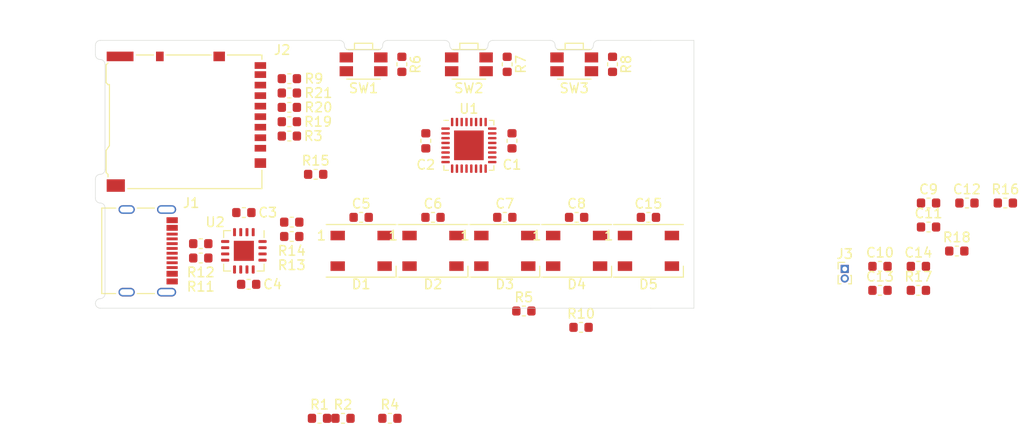
<source format=kicad_pcb>
(kicad_pcb (version 20171130) (host pcbnew 5.1.6-c6e7f7d~87~ubuntu18.04.1)

  (general
    (thickness 1.6)
    (drawings 38)
    (tracks 0)
    (zones 0)
    (modules 49)
    (nets 69)
  )

  (page A4)
  (layers
    (0 F.Cu signal)
    (31 B.Cu signal)
    (32 B.Adhes user)
    (33 F.Adhes user)
    (34 B.Paste user)
    (35 F.Paste user)
    (36 B.SilkS user)
    (37 F.SilkS user)
    (38 B.Mask user)
    (39 F.Mask user)
    (40 Dwgs.User user)
    (41 Cmts.User user)
    (42 Eco1.User user)
    (43 Eco2.User user)
    (44 Edge.Cuts user)
    (45 Margin user)
    (46 B.CrtYd user)
    (47 F.CrtYd user)
    (48 B.Fab user)
    (49 F.Fab user)
  )

  (setup
    (last_trace_width 0.25)
    (trace_clearance 0.2)
    (zone_clearance 0.508)
    (zone_45_only no)
    (trace_min 0.2)
    (via_size 0.8)
    (via_drill 0.4)
    (via_min_size 0.4)
    (via_min_drill 0.3)
    (uvia_size 0.3)
    (uvia_drill 0.1)
    (uvias_allowed no)
    (uvia_min_size 0.2)
    (uvia_min_drill 0.1)
    (edge_width 0.05)
    (segment_width 0.2)
    (pcb_text_width 0.3)
    (pcb_text_size 1.5 1.5)
    (mod_edge_width 0.12)
    (mod_text_size 1 1)
    (mod_text_width 0.15)
    (pad_size 1.524 1.524)
    (pad_drill 0.762)
    (pad_to_mask_clearance 0.05)
    (aux_axis_origin 0 0)
    (visible_elements FFFDFF7F)
    (pcbplotparams
      (layerselection 0x010fc_ffffffff)
      (usegerberextensions false)
      (usegerberattributes true)
      (usegerberadvancedattributes true)
      (creategerberjobfile true)
      (excludeedgelayer true)
      (linewidth 0.100000)
      (plotframeref false)
      (viasonmask false)
      (mode 1)
      (useauxorigin false)
      (hpglpennumber 1)
      (hpglpenspeed 20)
      (hpglpendiameter 15.000000)
      (psnegative false)
      (psa4output false)
      (plotreference true)
      (plotvalue true)
      (plotinvisibletext false)
      (padsonsilk false)
      (subtractmaskfromsilk false)
      (outputformat 1)
      (mirror false)
      (drillshape 1)
      (scaleselection 1)
      (outputdirectory ""))
  )

  (net 0 "")
  (net 1 GND)
  (net 2 "Net-(J1-PadA6)")
  (net 3 USB_VBUS)
  (net 4 "Net-(J1-PadB5)")
  (net 5 "Net-(J1-PadB8)")
  (net 6 "Net-(J1-PadA7)")
  (net 7 "Net-(J1-PadA8)")
  (net 8 "Net-(J1-PadA5)")
  (net 9 ~SPI_CS_SSD1306)
  (net 10 VCC)
  (net 11 ~SPI_CS_BME280)
  (net 12 ~SPI_CS_SD)
  (net 13 ~SSD1306_RESET)
  (net 14 SSD1306_DC)
  (net 15 ~BTN1)
  (net 16 ~BTN2)
  (net 17 ~BTN3)
  (net 18 ~RESET)
  (net 19 USB_DM)
  (net 20 USB_DP)
  (net 21 "Net-(R13-Pad2)")
  (net 22 UART_RX)
  (net 23 UART_TX)
  (net 24 "Net-(R14-Pad1)")
  (net 25 "Net-(U1-Pad32)")
  (net 26 SPI_MISO)
  (net 27 "Net-(U1-Pad24)")
  (net 28 "Net-(U1-Pad23)")
  (net 29 "Net-(U1-Pad22)")
  (net 30 "Net-(U1-Pad17)")
  (net 31 "Net-(U1-Pad16)")
  (net 32 WS2812_DO)
  (net 33 "Net-(U1-Pad13)")
  (net 34 SPI_SCK)
  (net 35 SPI_MOSI)
  (net 36 "Net-(U1-Pad8)")
  (net 37 "Net-(U1-Pad7)")
  (net 38 "Net-(U1-Pad6)")
  (net 39 "Net-(U1-Pad2)")
  (net 40 "Net-(U1-Pad1)")
  (net 41 "Net-(U2-Pad16)")
  (net 42 "Net-(U2-Pad14)")
  (net 43 "Net-(U2-Pad12)")
  (net 44 ~RXLED)
  (net 45 ~TXLED)
  (net 46 "Net-(U2-Pad4)")
  (net 47 "Net-(D1-Pad2)")
  (net 48 "Net-(D1-Pad4)")
  (net 49 "Net-(D2-Pad2)")
  (net 50 "Net-(D3-Pad2)")
  (net 51 "Net-(D4-Pad2)")
  (net 52 "Net-(U2-Pad8)")
  (net 53 "Net-(J2-Pad7)")
  (net 54 "Net-(J2-Pad5)")
  (net 55 "Net-(J2-Pad3)")
  (net 56 "Net-(J2-Pad1)")
  (net 57 "Net-(J2-Pad8)")
  (net 58 ~SD_DETECT)
  (net 59 "Net-(C11-Pad1)")
  (net 60 "Net-(C12-Pad2)")
  (net 61 "Net-(C12-Pad1)")
  (net 62 "Net-(C13-Pad1)")
  (net 63 "Net-(C14-Pad2)")
  (net 64 "Net-(C14-Pad1)")
  (net 65 "Net-(D5-Pad2)")
  (net 66 "Net-(J3-Pad13)")
  (net 67 "Net-(J3-Pad11)")
  (net 68 "Net-(J3-Pad12)")

  (net_class Default "This is the default net class."
    (clearance 0.2)
    (trace_width 0.25)
    (via_dia 0.8)
    (via_drill 0.4)
    (uvia_dia 0.3)
    (uvia_drill 0.1)
    (add_net GND)
    (add_net "Net-(C11-Pad1)")
    (add_net "Net-(C12-Pad1)")
    (add_net "Net-(C12-Pad2)")
    (add_net "Net-(C13-Pad1)")
    (add_net "Net-(C14-Pad1)")
    (add_net "Net-(C14-Pad2)")
    (add_net "Net-(D1-Pad2)")
    (add_net "Net-(D1-Pad4)")
    (add_net "Net-(D2-Pad2)")
    (add_net "Net-(D3-Pad2)")
    (add_net "Net-(D4-Pad2)")
    (add_net "Net-(D5-Pad2)")
    (add_net "Net-(J1-PadA5)")
    (add_net "Net-(J1-PadA6)")
    (add_net "Net-(J1-PadA7)")
    (add_net "Net-(J1-PadA8)")
    (add_net "Net-(J1-PadB5)")
    (add_net "Net-(J1-PadB8)")
    (add_net "Net-(J2-Pad1)")
    (add_net "Net-(J2-Pad3)")
    (add_net "Net-(J2-Pad5)")
    (add_net "Net-(J2-Pad7)")
    (add_net "Net-(J2-Pad8)")
    (add_net "Net-(J3-Pad11)")
    (add_net "Net-(J3-Pad12)")
    (add_net "Net-(J3-Pad13)")
    (add_net "Net-(R13-Pad2)")
    (add_net "Net-(R14-Pad1)")
    (add_net "Net-(U1-Pad1)")
    (add_net "Net-(U1-Pad13)")
    (add_net "Net-(U1-Pad16)")
    (add_net "Net-(U1-Pad17)")
    (add_net "Net-(U1-Pad2)")
    (add_net "Net-(U1-Pad22)")
    (add_net "Net-(U1-Pad23)")
    (add_net "Net-(U1-Pad24)")
    (add_net "Net-(U1-Pad32)")
    (add_net "Net-(U1-Pad6)")
    (add_net "Net-(U1-Pad7)")
    (add_net "Net-(U1-Pad8)")
    (add_net "Net-(U2-Pad12)")
    (add_net "Net-(U2-Pad14)")
    (add_net "Net-(U2-Pad16)")
    (add_net "Net-(U2-Pad4)")
    (add_net "Net-(U2-Pad8)")
    (add_net SPI_MISO)
    (add_net SPI_MOSI)
    (add_net SPI_SCK)
    (add_net SSD1306_DC)
    (add_net UART_RX)
    (add_net UART_TX)
    (add_net USB_DM)
    (add_net USB_DP)
    (add_net USB_VBUS)
    (add_net VCC)
    (add_net WS2812_DO)
    (add_net ~BTN1)
    (add_net ~BTN2)
    (add_net ~BTN3)
    (add_net ~RESET)
    (add_net ~RXLED)
    (add_net ~SD_DETECT)
    (add_net ~SPI_CS_BME280)
    (add_net ~SPI_CS_SD)
    (add_net ~SPI_CS_SSD1306)
    (add_net ~SSD1306_RESET)
    (add_net ~TXLED)
  )

  (module Button_Switch_SMD:SW_SPST_EVQP7A (layer F.Cu) (tedit 5A02FC95) (tstamp 5F39D01A)
    (at 139.5 62 180)
    (descr "Light Touch Switch,https://industrial.panasonic.com/cdbs/www-data/pdf/ATK0000/ATK0000CE20.pdf")
    (path /5F47A7D5)
    (attr smd)
    (fp_text reference SW1 (at 0 -2.5) (layer F.SilkS)
      (effects (font (size 1 1) (thickness 0.15)))
    )
    (fp_text value EVQP7A (at 0 3.25) (layer F.Fab)
      (effects (font (size 1 1) (thickness 0.15)))
    )
    (fp_text user %R (at 0 -2.5) (layer F.Fab)
      (effects (font (size 1 1) (thickness 0.15)))
    )
    (fp_line (start 0.95 1.55) (end 0.95 2.2) (layer F.SilkS) (width 0.12))
    (fp_line (start 0.95 2.2) (end -0.95 2.2) (layer F.SilkS) (width 0.12))
    (fp_line (start -0.95 2.2) (end -0.95 1.55) (layer F.SilkS) (width 0.12))
    (fp_line (start -0.85 2.1) (end 0.85 2.1) (layer F.Fab) (width 0.1))
    (fp_line (start 0.85 2.1) (end 0.85 1.45) (layer F.Fab) (width 0.1))
    (fp_line (start -0.85 2.1) (end -0.85 1.45) (layer F.Fab) (width 0.1))
    (fp_line (start -1.75 -1.45) (end 1.75 -1.45) (layer F.Fab) (width 0.1))
    (fp_line (start 1.75 -1.45) (end 1.75 1.45) (layer F.Fab) (width 0.1))
    (fp_line (start 1.75 1.45) (end -1.75 1.45) (layer F.Fab) (width 0.1))
    (fp_line (start -1.75 1.45) (end -1.75 -1.4) (layer F.Fab) (width 0.1))
    (fp_line (start -1.1 2.35) (end -1.1 1.7) (layer F.CrtYd) (width 0.05))
    (fp_line (start -1.1 1.7) (end -2.75 1.7) (layer F.CrtYd) (width 0.05))
    (fp_line (start 2.75 1.7) (end 1.1 1.7) (layer F.CrtYd) (width 0.05))
    (fp_line (start 1.1 1.7) (end 1.1 2.35) (layer F.CrtYd) (width 0.05))
    (fp_line (start -1.75 -1.55) (end 1.75 -1.55) (layer F.SilkS) (width 0.12))
    (fp_line (start 1.75 1.55) (end -1.75 1.55) (layer F.SilkS) (width 0.12))
    (fp_line (start -2.75 -1.7) (end 2.75 -1.7) (layer F.CrtYd) (width 0.05))
    (fp_line (start 2.75 -1.7) (end 2.75 1.7) (layer F.CrtYd) (width 0.05))
    (fp_line (start 1.1 2.35) (end -1.1 2.35) (layer F.CrtYd) (width 0.05))
    (fp_line (start -2.75 1.7) (end -2.75 -1.7) (layer F.CrtYd) (width 0.05))
    (pad 2 smd rect (at -1.8 0.72 180) (size 1.4 1.05) (layers F.Cu F.Paste F.Mask)
      (net 1 GND))
    (pad 2 smd rect (at 1.8 0.72 180) (size 1.4 1.05) (layers F.Cu F.Paste F.Mask)
      (net 1 GND))
    (pad 1 smd rect (at -1.8 -0.72 180) (size 1.4 1.05) (layers F.Cu F.Paste F.Mask)
      (net 15 ~BTN1))
    (pad 1 smd rect (at 1.8 -0.72 180) (size 1.4 1.05) (layers F.Cu F.Paste F.Mask)
      (net 15 ~BTN1))
    (model ${KISYS3DMOD}/Button_Switch_SMD.3dshapes/SW_SPST_EVQP7A.wrl
      (at (xyz 0 0 0))
      (scale (xyz 1 1 1))
      (rotate (xyz 0 0 0))
    )
  )

  (module Button_Switch_SMD:SW_SPST_EVQP7A (layer F.Cu) (tedit 5A02FC95) (tstamp 5F39D054)
    (at 161.5 62 180)
    (descr "Light Touch Switch,https://industrial.panasonic.com/cdbs/www-data/pdf/ATK0000/ATK0000CE20.pdf")
    (path /5F48241B)
    (attr smd)
    (fp_text reference SW3 (at 0 -2.5) (layer F.SilkS)
      (effects (font (size 1 1) (thickness 0.15)))
    )
    (fp_text value EVQP7A (at 0 3.25) (layer F.Fab)
      (effects (font (size 1 1) (thickness 0.15)))
    )
    (fp_text user %R (at 0 -2.5) (layer F.Fab)
      (effects (font (size 1 1) (thickness 0.15)))
    )
    (fp_line (start 0.95 1.55) (end 0.95 2.2) (layer F.SilkS) (width 0.12))
    (fp_line (start 0.95 2.2) (end -0.95 2.2) (layer F.SilkS) (width 0.12))
    (fp_line (start -0.95 2.2) (end -0.95 1.55) (layer F.SilkS) (width 0.12))
    (fp_line (start -0.85 2.1) (end 0.85 2.1) (layer F.Fab) (width 0.1))
    (fp_line (start 0.85 2.1) (end 0.85 1.45) (layer F.Fab) (width 0.1))
    (fp_line (start -0.85 2.1) (end -0.85 1.45) (layer F.Fab) (width 0.1))
    (fp_line (start -1.75 -1.45) (end 1.75 -1.45) (layer F.Fab) (width 0.1))
    (fp_line (start 1.75 -1.45) (end 1.75 1.45) (layer F.Fab) (width 0.1))
    (fp_line (start 1.75 1.45) (end -1.75 1.45) (layer F.Fab) (width 0.1))
    (fp_line (start -1.75 1.45) (end -1.75 -1.4) (layer F.Fab) (width 0.1))
    (fp_line (start -1.1 2.35) (end -1.1 1.7) (layer F.CrtYd) (width 0.05))
    (fp_line (start -1.1 1.7) (end -2.75 1.7) (layer F.CrtYd) (width 0.05))
    (fp_line (start 2.75 1.7) (end 1.1 1.7) (layer F.CrtYd) (width 0.05))
    (fp_line (start 1.1 1.7) (end 1.1 2.35) (layer F.CrtYd) (width 0.05))
    (fp_line (start -1.75 -1.55) (end 1.75 -1.55) (layer F.SilkS) (width 0.12))
    (fp_line (start 1.75 1.55) (end -1.75 1.55) (layer F.SilkS) (width 0.12))
    (fp_line (start -2.75 -1.7) (end 2.75 -1.7) (layer F.CrtYd) (width 0.05))
    (fp_line (start 2.75 -1.7) (end 2.75 1.7) (layer F.CrtYd) (width 0.05))
    (fp_line (start 1.1 2.35) (end -1.1 2.35) (layer F.CrtYd) (width 0.05))
    (fp_line (start -2.75 1.7) (end -2.75 -1.7) (layer F.CrtYd) (width 0.05))
    (pad 2 smd rect (at -1.8 0.72 180) (size 1.4 1.05) (layers F.Cu F.Paste F.Mask)
      (net 1 GND))
    (pad 2 smd rect (at 1.8 0.72 180) (size 1.4 1.05) (layers F.Cu F.Paste F.Mask)
      (net 1 GND))
    (pad 1 smd rect (at -1.8 -0.72 180) (size 1.4 1.05) (layers F.Cu F.Paste F.Mask)
      (net 17 ~BTN3))
    (pad 1 smd rect (at 1.8 -0.72 180) (size 1.4 1.05) (layers F.Cu F.Paste F.Mask)
      (net 17 ~BTN3))
    (model ${KISYS3DMOD}/Button_Switch_SMD.3dshapes/SW_SPST_EVQP7A.wrl
      (at (xyz 0 0 0))
      (scale (xyz 1 1 1))
      (rotate (xyz 0 0 0))
    )
  )

  (module Connector_USB:USB_C_Receptacle_Palconn_UTC16-G (layer F.Cu) (tedit 5CF432E0) (tstamp 5F3A3B6E)
    (at 117 81.5 270)
    (descr http://www.palpilot.com/wp-content/uploads/2017/05/UTC027-GKN-OR-Rev-A.pdf)
    (tags "USB C Type-C Receptacle USB2.0")
    (path /5F40B806)
    (attr smd)
    (fp_text reference J1 (at -5 -4.5 180) (layer F.SilkS)
      (effects (font (size 1 1) (thickness 0.15)))
    )
    (fp_text value USB4085-GF-A (at 0 6.24 90) (layer F.Fab)
      (effects (font (size 1 1) (thickness 0.15)))
    )
    (fp_text user "PCB Edge" (at 0 3.43 90) (layer Dwgs.User)
      (effects (font (size 1 1) (thickness 0.15)))
    )
    (fp_text user %R (at 0 1.18 90) (layer F.Fab)
      (effects (font (size 1 1) (thickness 0.15)))
    )
    (fp_line (start 4.47 4.84) (end -4.47 4.84) (layer F.SilkS) (width 0.12))
    (fp_line (start 4.47 -0.67) (end 4.47 1.13) (layer F.SilkS) (width 0.12))
    (fp_line (start 4.47 4.84) (end 4.47 3.38) (layer F.SilkS) (width 0.12))
    (fp_line (start -4.47 4.84) (end -4.47 3.38) (layer F.SilkS) (width 0.12))
    (fp_line (start -4.47 -0.67) (end -4.47 1.13) (layer F.SilkS) (width 0.12))
    (fp_line (start -4.47 4.34) (end 4.47 4.34) (layer Dwgs.User) (width 0.1))
    (fp_line (start 5.27 5.34) (end 5.27 -3.59) (layer F.CrtYd) (width 0.05))
    (fp_line (start 5.27 -3.59) (end -5.27 -3.59) (layer F.CrtYd) (width 0.05))
    (fp_line (start -5.27 -3.59) (end -5.27 5.34) (layer F.CrtYd) (width 0.05))
    (fp_line (start -5.27 5.34) (end 5.27 5.34) (layer F.CrtYd) (width 0.05))
    (fp_line (start -4.47 -2.48) (end -4.47 4.84) (layer F.Fab) (width 0.1))
    (fp_line (start 4.47 4.84) (end -4.47 4.84) (layer F.Fab) (width 0.1))
    (fp_line (start 4.47 -2.48) (end 4.47 4.84) (layer F.Fab) (width 0.1))
    (fp_line (start -4.47 -2.48) (end 4.47 -2.48) (layer F.Fab) (width 0.1))
    (pad A12 smd rect (at 3.2 -2.51 270) (size 0.6 1.16) (layers F.Cu F.Paste F.Mask)
      (net 1 GND))
    (pad A9 smd rect (at 2.4 -2.51 270) (size 0.6 1.16) (layers F.Cu F.Paste F.Mask)
      (net 3 USB_VBUS))
    (pad B1 smd rect (at 3.2 -2.51 270) (size 0.6 1.16) (layers F.Cu F.Paste F.Mask)
      (net 1 GND))
    (pad B4 smd rect (at 2.4 -2.51 270) (size 0.6 1.16) (layers F.Cu F.Paste F.Mask)
      (net 3 USB_VBUS))
    (pad B12 smd rect (at -3.2 -2.51 270) (size 0.6 1.16) (layers F.Cu F.Paste F.Mask)
      (net 1 GND))
    (pad A1 smd rect (at -3.2 -2.51 270) (size 0.6 1.16) (layers F.Cu F.Paste F.Mask)
      (net 1 GND))
    (pad B9 smd rect (at -2.4 -2.51 270) (size 0.6 1.16) (layers F.Cu F.Paste F.Mask)
      (net 3 USB_VBUS))
    (pad A4 smd rect (at -2.4 -2.51 270) (size 0.6 1.16) (layers F.Cu F.Paste F.Mask)
      (net 3 USB_VBUS))
    (pad "" np_thru_hole circle (at -2.89 -1.45 90) (size 0.6 0.6) (drill 0.6) (layers *.Cu *.Mask))
    (pad "" np_thru_hole circle (at 2.89 -1.45 90) (size 0.6 0.6) (drill 0.6) (layers *.Cu *.Mask))
    (pad B5 smd rect (at 1.75 -2.51 90) (size 0.3 1.16) (layers F.Cu F.Paste F.Mask)
      (net 4 "Net-(J1-PadB5)"))
    (pad B6 smd rect (at 0.75 -2.51 90) (size 0.3 1.16) (layers F.Cu F.Paste F.Mask)
      (net 2 "Net-(J1-PadA6)"))
    (pad A8 smd rect (at 1.25 -2.51 90) (size 0.3 1.16) (layers F.Cu F.Paste F.Mask)
      (net 7 "Net-(J1-PadA8)"))
    (pad A5 smd rect (at -1.25 -2.51 90) (size 0.3 1.16) (layers F.Cu F.Paste F.Mask)
      (net 8 "Net-(J1-PadA5)"))
    (pad B8 smd rect (at -1.75 -2.51 90) (size 0.3 1.16) (layers F.Cu F.Paste F.Mask)
      (net 5 "Net-(J1-PadB8)"))
    (pad A7 smd rect (at 0.25 -2.51 90) (size 0.3 1.16) (layers F.Cu F.Paste F.Mask)
      (net 6 "Net-(J1-PadA7)"))
    (pad A6 smd rect (at -0.25 -2.51 90) (size 0.3 1.16) (layers F.Cu F.Paste F.Mask)
      (net 2 "Net-(J1-PadA6)"))
    (pad B7 smd rect (at -0.75 -2.51 90) (size 0.3 1.16) (layers F.Cu F.Paste F.Mask)
      (net 6 "Net-(J1-PadA7)"))
    (pad S1 thru_hole oval (at 4.32 2.24) (size 1.7 0.9) (drill oval 1.4 0.6) (layers *.Cu *.Mask)
      (net 1 GND))
    (pad S1 thru_hole oval (at -4.32 2.24) (size 1.7 0.9) (drill oval 1.4 0.6) (layers *.Cu *.Mask)
      (net 1 GND))
    (pad S1 thru_hole oval (at 4.32 -1.93) (size 2 0.9) (drill oval 1.7 0.6) (layers *.Cu *.Mask)
      (net 1 GND))
    (pad S1 thru_hole oval (at -4.32 -1.93) (size 2 0.9) (drill oval 1.7 0.6) (layers *.Cu *.Mask)
      (net 1 GND))
    (model ${KISYS3DMOD}/Connector_USB.3dshapes/USB_C_Receptacle_Palconn_UTC16-G.wrl
      (at (xyz 0 0 0))
      (scale (xyz 1 1 1))
      (rotate (xyz 0 0 0))
    )
  )

  (module Resistor_SMD:R_0603_1608Metric (layer F.Cu) (tedit 5B301BBD) (tstamp 5F3A2957)
    (at 131.75 65 180)
    (descr "Resistor SMD 0603 (1608 Metric), square (rectangular) end terminal, IPC_7351 nominal, (Body size source: http://www.tortai-tech.com/upload/download/2011102023233369053.pdf), generated with kicad-footprint-generator")
    (tags resistor)
    (path /5FB0AED2)
    (attr smd)
    (fp_text reference R21 (at -3.0375 0) (layer F.SilkS)
      (effects (font (size 1 1) (thickness 0.15)))
    )
    (fp_text value 0 (at 0 1.43) (layer F.Fab)
      (effects (font (size 1 1) (thickness 0.15)))
    )
    (fp_text user %R (at 0 0) (layer F.Fab)
      (effects (font (size 0.4 0.4) (thickness 0.06)))
    )
    (fp_line (start -0.8 0.4) (end -0.8 -0.4) (layer F.Fab) (width 0.1))
    (fp_line (start -0.8 -0.4) (end 0.8 -0.4) (layer F.Fab) (width 0.1))
    (fp_line (start 0.8 -0.4) (end 0.8 0.4) (layer F.Fab) (width 0.1))
    (fp_line (start 0.8 0.4) (end -0.8 0.4) (layer F.Fab) (width 0.1))
    (fp_line (start -0.162779 -0.51) (end 0.162779 -0.51) (layer F.SilkS) (width 0.12))
    (fp_line (start -0.162779 0.51) (end 0.162779 0.51) (layer F.SilkS) (width 0.12))
    (fp_line (start -1.48 0.73) (end -1.48 -0.73) (layer F.CrtYd) (width 0.05))
    (fp_line (start -1.48 -0.73) (end 1.48 -0.73) (layer F.CrtYd) (width 0.05))
    (fp_line (start 1.48 -0.73) (end 1.48 0.73) (layer F.CrtYd) (width 0.05))
    (fp_line (start 1.48 0.73) (end -1.48 0.73) (layer F.CrtYd) (width 0.05))
    (pad 2 smd roundrect (at 0.7875 0 180) (size 0.875 0.95) (layers F.Cu F.Paste F.Mask) (roundrect_rratio 0.25)
      (net 26 SPI_MISO))
    (pad 1 smd roundrect (at -0.7875 0 180) (size 0.875 0.95) (layers F.Cu F.Paste F.Mask) (roundrect_rratio 0.25)
      (net 53 "Net-(J2-Pad7)"))
    (model ${KISYS3DMOD}/Resistor_SMD.3dshapes/R_0603_1608Metric.wrl
      (at (xyz 0 0 0))
      (scale (xyz 1 1 1))
      (rotate (xyz 0 0 0))
    )
  )

  (module Resistor_SMD:R_0603_1608Metric (layer F.Cu) (tedit 5B301BBD) (tstamp 5F3A2946)
    (at 131.75 66.5)
    (descr "Resistor SMD 0603 (1608 Metric), square (rectangular) end terminal, IPC_7351 nominal, (Body size source: http://www.tortai-tech.com/upload/download/2011102023233369053.pdf), generated with kicad-footprint-generator")
    (tags resistor)
    (path /5FB09F7B)
    (attr smd)
    (fp_text reference R20 (at 3.0375 0) (layer F.SilkS)
      (effects (font (size 1 1) (thickness 0.15)))
    )
    (fp_text value 0 (at 0 1.43) (layer F.Fab)
      (effects (font (size 1 1) (thickness 0.15)))
    )
    (fp_text user %R (at 0 0) (layer F.Fab)
      (effects (font (size 0.4 0.4) (thickness 0.06)))
    )
    (fp_line (start -0.8 0.4) (end -0.8 -0.4) (layer F.Fab) (width 0.1))
    (fp_line (start -0.8 -0.4) (end 0.8 -0.4) (layer F.Fab) (width 0.1))
    (fp_line (start 0.8 -0.4) (end 0.8 0.4) (layer F.Fab) (width 0.1))
    (fp_line (start 0.8 0.4) (end -0.8 0.4) (layer F.Fab) (width 0.1))
    (fp_line (start -0.162779 -0.51) (end 0.162779 -0.51) (layer F.SilkS) (width 0.12))
    (fp_line (start -0.162779 0.51) (end 0.162779 0.51) (layer F.SilkS) (width 0.12))
    (fp_line (start -1.48 0.73) (end -1.48 -0.73) (layer F.CrtYd) (width 0.05))
    (fp_line (start -1.48 -0.73) (end 1.48 -0.73) (layer F.CrtYd) (width 0.05))
    (fp_line (start 1.48 -0.73) (end 1.48 0.73) (layer F.CrtYd) (width 0.05))
    (fp_line (start 1.48 0.73) (end -1.48 0.73) (layer F.CrtYd) (width 0.05))
    (pad 2 smd roundrect (at 0.7875 0) (size 0.875 0.95) (layers F.Cu F.Paste F.Mask) (roundrect_rratio 0.25)
      (net 34 SPI_SCK))
    (pad 1 smd roundrect (at -0.7875 0) (size 0.875 0.95) (layers F.Cu F.Paste F.Mask) (roundrect_rratio 0.25)
      (net 54 "Net-(J2-Pad5)"))
    (model ${KISYS3DMOD}/Resistor_SMD.3dshapes/R_0603_1608Metric.wrl
      (at (xyz 0 0 0))
      (scale (xyz 1 1 1))
      (rotate (xyz 0 0 0))
    )
  )

  (module Resistor_SMD:R_0603_1608Metric (layer F.Cu) (tedit 5B301BBD) (tstamp 5F3A2935)
    (at 131.75 68)
    (descr "Resistor SMD 0603 (1608 Metric), square (rectangular) end terminal, IPC_7351 nominal, (Body size source: http://www.tortai-tech.com/upload/download/2011102023233369053.pdf), generated with kicad-footprint-generator")
    (tags resistor)
    (path /5FB0B205)
    (attr smd)
    (fp_text reference R19 (at 3 0) (layer F.SilkS)
      (effects (font (size 1 1) (thickness 0.15)))
    )
    (fp_text value 0 (at 0 1.43) (layer F.Fab)
      (effects (font (size 1 1) (thickness 0.15)))
    )
    (fp_text user %R (at 0 0) (layer F.Fab)
      (effects (font (size 0.4 0.4) (thickness 0.06)))
    )
    (fp_line (start -0.8 0.4) (end -0.8 -0.4) (layer F.Fab) (width 0.1))
    (fp_line (start -0.8 -0.4) (end 0.8 -0.4) (layer F.Fab) (width 0.1))
    (fp_line (start 0.8 -0.4) (end 0.8 0.4) (layer F.Fab) (width 0.1))
    (fp_line (start 0.8 0.4) (end -0.8 0.4) (layer F.Fab) (width 0.1))
    (fp_line (start -0.162779 -0.51) (end 0.162779 -0.51) (layer F.SilkS) (width 0.12))
    (fp_line (start -0.162779 0.51) (end 0.162779 0.51) (layer F.SilkS) (width 0.12))
    (fp_line (start -1.48 0.73) (end -1.48 -0.73) (layer F.CrtYd) (width 0.05))
    (fp_line (start -1.48 -0.73) (end 1.48 -0.73) (layer F.CrtYd) (width 0.05))
    (fp_line (start 1.48 -0.73) (end 1.48 0.73) (layer F.CrtYd) (width 0.05))
    (fp_line (start 1.48 0.73) (end -1.48 0.73) (layer F.CrtYd) (width 0.05))
    (pad 2 smd roundrect (at 0.7875 0) (size 0.875 0.95) (layers F.Cu F.Paste F.Mask) (roundrect_rratio 0.25)
      (net 35 SPI_MOSI))
    (pad 1 smd roundrect (at -0.7875 0) (size 0.875 0.95) (layers F.Cu F.Paste F.Mask) (roundrect_rratio 0.25)
      (net 55 "Net-(J2-Pad3)"))
    (model ${KISYS3DMOD}/Resistor_SMD.3dshapes/R_0603_1608Metric.wrl
      (at (xyz 0 0 0))
      (scale (xyz 1 1 1))
      (rotate (xyz 0 0 0))
    )
  )

  (module Resistor_SMD:R_0603_1608Metric (layer F.Cu) (tedit 5B301BBD) (tstamp 5F3A2924)
    (at 201.45 81.52)
    (descr "Resistor SMD 0603 (1608 Metric), square (rectangular) end terminal, IPC_7351 nominal, (Body size source: http://www.tortai-tech.com/upload/download/2011102023233369053.pdf), generated with kicad-footprint-generator")
    (tags resistor)
    (path /5F827C68)
    (attr smd)
    (fp_text reference R18 (at 0 -1.43) (layer F.SilkS)
      (effects (font (size 1 1) (thickness 0.15)))
    )
    (fp_text value 0 (at 0 1.43) (layer F.Fab)
      (effects (font (size 1 1) (thickness 0.15)))
    )
    (fp_text user %R (at 0 0) (layer F.Fab)
      (effects (font (size 0.4 0.4) (thickness 0.06)))
    )
    (fp_line (start -0.8 0.4) (end -0.8 -0.4) (layer F.Fab) (width 0.1))
    (fp_line (start -0.8 -0.4) (end 0.8 -0.4) (layer F.Fab) (width 0.1))
    (fp_line (start 0.8 -0.4) (end 0.8 0.4) (layer F.Fab) (width 0.1))
    (fp_line (start 0.8 0.4) (end -0.8 0.4) (layer F.Fab) (width 0.1))
    (fp_line (start -0.162779 -0.51) (end 0.162779 -0.51) (layer F.SilkS) (width 0.12))
    (fp_line (start -0.162779 0.51) (end 0.162779 0.51) (layer F.SilkS) (width 0.12))
    (fp_line (start -1.48 0.73) (end -1.48 -0.73) (layer F.CrtYd) (width 0.05))
    (fp_line (start -1.48 -0.73) (end 1.48 -0.73) (layer F.CrtYd) (width 0.05))
    (fp_line (start 1.48 -0.73) (end 1.48 0.73) (layer F.CrtYd) (width 0.05))
    (fp_line (start 1.48 0.73) (end -1.48 0.73) (layer F.CrtYd) (width 0.05))
    (pad 2 smd roundrect (at 0.7875 0) (size 0.875 0.95) (layers F.Cu F.Paste F.Mask) (roundrect_rratio 0.25)
      (net 35 SPI_MOSI))
    (pad 1 smd roundrect (at -0.7875 0) (size 0.875 0.95) (layers F.Cu F.Paste F.Mask) (roundrect_rratio 0.25)
      (net 68 "Net-(J3-Pad12)"))
    (model ${KISYS3DMOD}/Resistor_SMD.3dshapes/R_0603_1608Metric.wrl
      (at (xyz 0 0 0))
      (scale (xyz 1 1 1))
      (rotate (xyz 0 0 0))
    )
  )

  (module Resistor_SMD:R_0603_1608Metric (layer F.Cu) (tedit 5B301BBD) (tstamp 5F3A2913)
    (at 197.44 85.63)
    (descr "Resistor SMD 0603 (1608 Metric), square (rectangular) end terminal, IPC_7351 nominal, (Body size source: http://www.tortai-tech.com/upload/download/2011102023233369053.pdf), generated with kicad-footprint-generator")
    (tags resistor)
    (path /5F82B75F)
    (attr smd)
    (fp_text reference R17 (at 0 -1.43) (layer F.SilkS)
      (effects (font (size 1 1) (thickness 0.15)))
    )
    (fp_text value 0 (at 0 1.43) (layer F.Fab)
      (effects (font (size 1 1) (thickness 0.15)))
    )
    (fp_text user %R (at 0 0) (layer F.Fab)
      (effects (font (size 0.4 0.4) (thickness 0.06)))
    )
    (fp_line (start -0.8 0.4) (end -0.8 -0.4) (layer F.Fab) (width 0.1))
    (fp_line (start -0.8 -0.4) (end 0.8 -0.4) (layer F.Fab) (width 0.1))
    (fp_line (start 0.8 -0.4) (end 0.8 0.4) (layer F.Fab) (width 0.1))
    (fp_line (start 0.8 0.4) (end -0.8 0.4) (layer F.Fab) (width 0.1))
    (fp_line (start -0.162779 -0.51) (end 0.162779 -0.51) (layer F.SilkS) (width 0.12))
    (fp_line (start -0.162779 0.51) (end 0.162779 0.51) (layer F.SilkS) (width 0.12))
    (fp_line (start -1.48 0.73) (end -1.48 -0.73) (layer F.CrtYd) (width 0.05))
    (fp_line (start -1.48 -0.73) (end 1.48 -0.73) (layer F.CrtYd) (width 0.05))
    (fp_line (start 1.48 -0.73) (end 1.48 0.73) (layer F.CrtYd) (width 0.05))
    (fp_line (start 1.48 0.73) (end -1.48 0.73) (layer F.CrtYd) (width 0.05))
    (pad 2 smd roundrect (at 0.7875 0) (size 0.875 0.95) (layers F.Cu F.Paste F.Mask) (roundrect_rratio 0.25)
      (net 34 SPI_SCK))
    (pad 1 smd roundrect (at -0.7875 0) (size 0.875 0.95) (layers F.Cu F.Paste F.Mask) (roundrect_rratio 0.25)
      (net 67 "Net-(J3-Pad11)"))
    (model ${KISYS3DMOD}/Resistor_SMD.3dshapes/R_0603_1608Metric.wrl
      (at (xyz 0 0 0))
      (scale (xyz 1 1 1))
      (rotate (xyz 0 0 0))
    )
  )

  (module Resistor_SMD:R_0603_1608Metric (layer F.Cu) (tedit 5B301BBD) (tstamp 5F3A2902)
    (at 206.52 76.5)
    (descr "Resistor SMD 0603 (1608 Metric), square (rectangular) end terminal, IPC_7351 nominal, (Body size source: http://www.tortai-tech.com/upload/download/2011102023233369053.pdf), generated with kicad-footprint-generator")
    (tags resistor)
    (path /5F841D03)
    (attr smd)
    (fp_text reference R16 (at 0 -1.43) (layer F.SilkS)
      (effects (font (size 1 1) (thickness 0.15)))
    )
    (fp_text value 560k (at 0 1.43) (layer F.Fab)
      (effects (font (size 1 1) (thickness 0.15)))
    )
    (fp_text user %R (at 0 0) (layer F.Fab)
      (effects (font (size 0.4 0.4) (thickness 0.06)))
    )
    (fp_line (start -0.8 0.4) (end -0.8 -0.4) (layer F.Fab) (width 0.1))
    (fp_line (start -0.8 -0.4) (end 0.8 -0.4) (layer F.Fab) (width 0.1))
    (fp_line (start 0.8 -0.4) (end 0.8 0.4) (layer F.Fab) (width 0.1))
    (fp_line (start 0.8 0.4) (end -0.8 0.4) (layer F.Fab) (width 0.1))
    (fp_line (start -0.162779 -0.51) (end 0.162779 -0.51) (layer F.SilkS) (width 0.12))
    (fp_line (start -0.162779 0.51) (end 0.162779 0.51) (layer F.SilkS) (width 0.12))
    (fp_line (start -1.48 0.73) (end -1.48 -0.73) (layer F.CrtYd) (width 0.05))
    (fp_line (start -1.48 -0.73) (end 1.48 -0.73) (layer F.CrtYd) (width 0.05))
    (fp_line (start 1.48 -0.73) (end 1.48 0.73) (layer F.CrtYd) (width 0.05))
    (fp_line (start 1.48 0.73) (end -1.48 0.73) (layer F.CrtYd) (width 0.05))
    (pad 2 smd roundrect (at 0.7875 0) (size 0.875 0.95) (layers F.Cu F.Paste F.Mask) (roundrect_rratio 0.25)
      (net 1 GND))
    (pad 1 smd roundrect (at -0.7875 0) (size 0.875 0.95) (layers F.Cu F.Paste F.Mask) (roundrect_rratio 0.25)
      (net 66 "Net-(J3-Pad13)"))
    (model ${KISYS3DMOD}/Resistor_SMD.3dshapes/R_0603_1608Metric.wrl
      (at (xyz 0 0 0))
      (scale (xyz 1 1 1))
      (rotate (xyz 0 0 0))
    )
  )

  (module Connector_PinHeader_1.00mm:PinHeader_1x02_P1.00mm_Vertical (layer F.Cu) (tedit 59FED738) (tstamp 5F3A2711)
    (at 189.75 83.39)
    (descr "Through hole straight pin header, 1x02, 1.00mm pitch, single row")
    (tags "Through hole pin header THT 1x02 1.00mm single row")
    (path /5F797F82)
    (fp_text reference J3 (at 0 -1.56) (layer F.SilkS)
      (effects (font (size 1 1) (thickness 0.15)))
    )
    (fp_text value F32Q-1A7H1-11015 (at 0 2.56) (layer F.Fab)
      (effects (font (size 1 1) (thickness 0.15)))
    )
    (fp_text user %R (at 0 0.5 90) (layer F.Fab)
      (effects (font (size 0.76 0.76) (thickness 0.114)))
    )
    (fp_line (start -0.3175 -0.5) (end 0.635 -0.5) (layer F.Fab) (width 0.1))
    (fp_line (start 0.635 -0.5) (end 0.635 1.5) (layer F.Fab) (width 0.1))
    (fp_line (start 0.635 1.5) (end -0.635 1.5) (layer F.Fab) (width 0.1))
    (fp_line (start -0.635 1.5) (end -0.635 -0.1825) (layer F.Fab) (width 0.1))
    (fp_line (start -0.635 -0.1825) (end -0.3175 -0.5) (layer F.Fab) (width 0.1))
    (fp_line (start -0.695 1.56) (end -0.394493 1.56) (layer F.SilkS) (width 0.12))
    (fp_line (start 0.394493 1.56) (end 0.695 1.56) (layer F.SilkS) (width 0.12))
    (fp_line (start -0.695 0.685) (end -0.695 1.56) (layer F.SilkS) (width 0.12))
    (fp_line (start 0.695 0.685) (end 0.695 1.56) (layer F.SilkS) (width 0.12))
    (fp_line (start -0.695 0.685) (end -0.608276 0.685) (layer F.SilkS) (width 0.12))
    (fp_line (start 0.608276 0.685) (end 0.695 0.685) (layer F.SilkS) (width 0.12))
    (fp_line (start -0.695 0) (end -0.695 -0.685) (layer F.SilkS) (width 0.12))
    (fp_line (start -0.695 -0.685) (end 0 -0.685) (layer F.SilkS) (width 0.12))
    (fp_line (start -1.15 -1) (end -1.15 2) (layer F.CrtYd) (width 0.05))
    (fp_line (start -1.15 2) (end 1.15 2) (layer F.CrtYd) (width 0.05))
    (fp_line (start 1.15 2) (end 1.15 -1) (layer F.CrtYd) (width 0.05))
    (fp_line (start 1.15 -1) (end -1.15 -1) (layer F.CrtYd) (width 0.05))
    (pad 2 thru_hole oval (at 0 1) (size 0.85 0.85) (drill 0.5) (layers *.Cu *.Mask)
      (net 63 "Net-(C14-Pad2)"))
    (pad 1 thru_hole rect (at 0 0) (size 0.85 0.85) (drill 0.5) (layers *.Cu *.Mask)
      (net 64 "Net-(C14-Pad1)"))
    (model ${KISYS3DMOD}/Connector_PinHeader_1.00mm.3dshapes/PinHeader_1x02_P1.00mm_Vertical.wrl
      (at (xyz 0 0 0))
      (scale (xyz 1 1 1))
      (rotate (xyz 0 0 0))
    )
  )

  (module LED_SMD:LED_WS2812B_PLCC4_5.0x5.0mm_P3.2mm (layer F.Cu) (tedit 5AA4B285) (tstamp 5F3A2C26)
    (at 169.25 81.5)
    (descr https://cdn-shop.adafruit.com/datasheets/WS2812B.pdf)
    (tags "LED RGB NeoPixel")
    (path /5F9EFEF5)
    (attr smd)
    (fp_text reference D5 (at 0 3.5) (layer F.SilkS)
      (effects (font (size 1 1) (thickness 0.15)))
    )
    (fp_text value WS2812B (at 0 4) (layer F.Fab)
      (effects (font (size 1 1) (thickness 0.15)))
    )
    (fp_text user %R (at 0 0) (layer F.Fab)
      (effects (font (size 0.8 0.8) (thickness 0.15)))
    )
    (fp_text user 1 (at -4.15 -1.6) (layer F.SilkS)
      (effects (font (size 1 1) (thickness 0.15)))
    )
    (fp_line (start 3.45 -2.75) (end -3.45 -2.75) (layer F.CrtYd) (width 0.05))
    (fp_line (start 3.45 2.75) (end 3.45 -2.75) (layer F.CrtYd) (width 0.05))
    (fp_line (start -3.45 2.75) (end 3.45 2.75) (layer F.CrtYd) (width 0.05))
    (fp_line (start -3.45 -2.75) (end -3.45 2.75) (layer F.CrtYd) (width 0.05))
    (fp_line (start 2.5 1.5) (end 1.5 2.5) (layer F.Fab) (width 0.1))
    (fp_line (start -2.5 -2.5) (end -2.5 2.5) (layer F.Fab) (width 0.1))
    (fp_line (start -2.5 2.5) (end 2.5 2.5) (layer F.Fab) (width 0.1))
    (fp_line (start 2.5 2.5) (end 2.5 -2.5) (layer F.Fab) (width 0.1))
    (fp_line (start 2.5 -2.5) (end -2.5 -2.5) (layer F.Fab) (width 0.1))
    (fp_line (start -3.65 -2.75) (end 3.65 -2.75) (layer F.SilkS) (width 0.12))
    (fp_line (start -3.65 2.75) (end 3.65 2.75) (layer F.SilkS) (width 0.12))
    (fp_line (start 3.65 2.75) (end 3.65 1.6) (layer F.SilkS) (width 0.12))
    (fp_circle (center 0 0) (end 0 -2) (layer F.Fab) (width 0.1))
    (pad 1 smd rect (at -2.45 -1.6) (size 1.5 1) (layers F.Cu F.Paste F.Mask)
      (net 10 VCC))
    (pad 2 smd rect (at -2.45 1.6) (size 1.5 1) (layers F.Cu F.Paste F.Mask)
      (net 65 "Net-(D5-Pad2)"))
    (pad 4 smd rect (at 2.45 -1.6) (size 1.5 1) (layers F.Cu F.Paste F.Mask)
      (net 51 "Net-(D4-Pad2)"))
    (pad 3 smd rect (at 2.45 1.6) (size 1.5 1) (layers F.Cu F.Paste F.Mask)
      (net 1 GND))
    (model ${KISYS3DMOD}/LED_SMD.3dshapes/LED_WS2812B_PLCC4_5.0x5.0mm_P3.2mm.wrl
      (at (xyz 0 0 0))
      (scale (xyz 1 1 1))
      (rotate (xyz 0 0 0))
    )
  )

  (module Capacitor_SMD:C_0603_1608Metric (layer F.Cu) (tedit 5B301BBE) (tstamp 5F3A24E0)
    (at 169.25 78)
    (descr "Capacitor SMD 0603 (1608 Metric), square (rectangular) end terminal, IPC_7351 nominal, (Body size source: http://www.tortai-tech.com/upload/download/2011102023233369053.pdf), generated with kicad-footprint-generator")
    (tags capacitor)
    (path /5FA39627)
    (attr smd)
    (fp_text reference C15 (at 0 -1.43) (layer F.SilkS)
      (effects (font (size 1 1) (thickness 0.15)))
    )
    (fp_text value .1uF (at 0 1.43) (layer F.Fab)
      (effects (font (size 1 1) (thickness 0.15)))
    )
    (fp_text user %R (at 0 0) (layer F.Fab)
      (effects (font (size 0.4 0.4) (thickness 0.06)))
    )
    (fp_line (start -0.8 0.4) (end -0.8 -0.4) (layer F.Fab) (width 0.1))
    (fp_line (start -0.8 -0.4) (end 0.8 -0.4) (layer F.Fab) (width 0.1))
    (fp_line (start 0.8 -0.4) (end 0.8 0.4) (layer F.Fab) (width 0.1))
    (fp_line (start 0.8 0.4) (end -0.8 0.4) (layer F.Fab) (width 0.1))
    (fp_line (start -0.162779 -0.51) (end 0.162779 -0.51) (layer F.SilkS) (width 0.12))
    (fp_line (start -0.162779 0.51) (end 0.162779 0.51) (layer F.SilkS) (width 0.12))
    (fp_line (start -1.48 0.73) (end -1.48 -0.73) (layer F.CrtYd) (width 0.05))
    (fp_line (start -1.48 -0.73) (end 1.48 -0.73) (layer F.CrtYd) (width 0.05))
    (fp_line (start 1.48 -0.73) (end 1.48 0.73) (layer F.CrtYd) (width 0.05))
    (fp_line (start 1.48 0.73) (end -1.48 0.73) (layer F.CrtYd) (width 0.05))
    (pad 2 smd roundrect (at 0.7875 0) (size 0.875 0.95) (layers F.Cu F.Paste F.Mask) (roundrect_rratio 0.25)
      (net 1 GND))
    (pad 1 smd roundrect (at -0.7875 0) (size 0.875 0.95) (layers F.Cu F.Paste F.Mask) (roundrect_rratio 0.25)
      (net 10 VCC))
    (model ${KISYS3DMOD}/Capacitor_SMD.3dshapes/C_0603_1608Metric.wrl
      (at (xyz 0 0 0))
      (scale (xyz 1 1 1))
      (rotate (xyz 0 0 0))
    )
  )

  (module Capacitor_SMD:C_0603_1608Metric (layer F.Cu) (tedit 5B301BBE) (tstamp 5F3A24CF)
    (at 197.44 83.12)
    (descr "Capacitor SMD 0603 (1608 Metric), square (rectangular) end terminal, IPC_7351 nominal, (Body size source: http://www.tortai-tech.com/upload/download/2011102023233369053.pdf), generated with kicad-footprint-generator")
    (tags capacitor)
    (path /5F7D3C73)
    (attr smd)
    (fp_text reference C14 (at 0 -1.43) (layer F.SilkS)
      (effects (font (size 1 1) (thickness 0.15)))
    )
    (fp_text value 1uF (at 0 1.43) (layer F.Fab)
      (effects (font (size 1 1) (thickness 0.15)))
    )
    (fp_text user %R (at 0 0) (layer F.Fab)
      (effects (font (size 0.4 0.4) (thickness 0.06)))
    )
    (fp_line (start -0.8 0.4) (end -0.8 -0.4) (layer F.Fab) (width 0.1))
    (fp_line (start -0.8 -0.4) (end 0.8 -0.4) (layer F.Fab) (width 0.1))
    (fp_line (start 0.8 -0.4) (end 0.8 0.4) (layer F.Fab) (width 0.1))
    (fp_line (start 0.8 0.4) (end -0.8 0.4) (layer F.Fab) (width 0.1))
    (fp_line (start -0.162779 -0.51) (end 0.162779 -0.51) (layer F.SilkS) (width 0.12))
    (fp_line (start -0.162779 0.51) (end 0.162779 0.51) (layer F.SilkS) (width 0.12))
    (fp_line (start -1.48 0.73) (end -1.48 -0.73) (layer F.CrtYd) (width 0.05))
    (fp_line (start -1.48 -0.73) (end 1.48 -0.73) (layer F.CrtYd) (width 0.05))
    (fp_line (start 1.48 -0.73) (end 1.48 0.73) (layer F.CrtYd) (width 0.05))
    (fp_line (start 1.48 0.73) (end -1.48 0.73) (layer F.CrtYd) (width 0.05))
    (pad 2 smd roundrect (at 0.7875 0) (size 0.875 0.95) (layers F.Cu F.Paste F.Mask) (roundrect_rratio 0.25)
      (net 63 "Net-(C14-Pad2)"))
    (pad 1 smd roundrect (at -0.7875 0) (size 0.875 0.95) (layers F.Cu F.Paste F.Mask) (roundrect_rratio 0.25)
      (net 64 "Net-(C14-Pad1)"))
    (model ${KISYS3DMOD}/Capacitor_SMD.3dshapes/C_0603_1608Metric.wrl
      (at (xyz 0 0 0))
      (scale (xyz 1 1 1))
      (rotate (xyz 0 0 0))
    )
  )

  (module Capacitor_SMD:C_0603_1608Metric (layer F.Cu) (tedit 5B301BBE) (tstamp 5F3A24BE)
    (at 193.43 85.63)
    (descr "Capacitor SMD 0603 (1608 Metric), square (rectangular) end terminal, IPC_7351 nominal, (Body size source: http://www.tortai-tech.com/upload/download/2011102023233369053.pdf), generated with kicad-footprint-generator")
    (tags capacitor)
    (path /5F86CC56)
    (attr smd)
    (fp_text reference C13 (at 0 -1.43) (layer F.SilkS)
      (effects (font (size 1 1) (thickness 0.15)))
    )
    (fp_text value 10uF (at 0 1.43) (layer F.Fab)
      (effects (font (size 1 1) (thickness 0.15)))
    )
    (fp_text user %R (at 0 0) (layer F.Fab)
      (effects (font (size 0.4 0.4) (thickness 0.06)))
    )
    (fp_line (start -0.8 0.4) (end -0.8 -0.4) (layer F.Fab) (width 0.1))
    (fp_line (start -0.8 -0.4) (end 0.8 -0.4) (layer F.Fab) (width 0.1))
    (fp_line (start 0.8 -0.4) (end 0.8 0.4) (layer F.Fab) (width 0.1))
    (fp_line (start 0.8 0.4) (end -0.8 0.4) (layer F.Fab) (width 0.1))
    (fp_line (start -0.162779 -0.51) (end 0.162779 -0.51) (layer F.SilkS) (width 0.12))
    (fp_line (start -0.162779 0.51) (end 0.162779 0.51) (layer F.SilkS) (width 0.12))
    (fp_line (start -1.48 0.73) (end -1.48 -0.73) (layer F.CrtYd) (width 0.05))
    (fp_line (start -1.48 -0.73) (end 1.48 -0.73) (layer F.CrtYd) (width 0.05))
    (fp_line (start 1.48 -0.73) (end 1.48 0.73) (layer F.CrtYd) (width 0.05))
    (fp_line (start 1.48 0.73) (end -1.48 0.73) (layer F.CrtYd) (width 0.05))
    (pad 2 smd roundrect (at 0.7875 0) (size 0.875 0.95) (layers F.Cu F.Paste F.Mask) (roundrect_rratio 0.25)
      (net 1 GND))
    (pad 1 smd roundrect (at -0.7875 0) (size 0.875 0.95) (layers F.Cu F.Paste F.Mask) (roundrect_rratio 0.25)
      (net 62 "Net-(C13-Pad1)"))
    (model ${KISYS3DMOD}/Capacitor_SMD.3dshapes/C_0603_1608Metric.wrl
      (at (xyz 0 0 0))
      (scale (xyz 1 1 1))
      (rotate (xyz 0 0 0))
    )
  )

  (module Capacitor_SMD:C_0603_1608Metric (layer F.Cu) (tedit 5B301BBE) (tstamp 5F3A24AD)
    (at 202.51 76.5)
    (descr "Capacitor SMD 0603 (1608 Metric), square (rectangular) end terminal, IPC_7351 nominal, (Body size source: http://www.tortai-tech.com/upload/download/2011102023233369053.pdf), generated with kicad-footprint-generator")
    (tags capacitor)
    (path /5F7D4B39)
    (attr smd)
    (fp_text reference C12 (at 0 -1.43) (layer F.SilkS)
      (effects (font (size 1 1) (thickness 0.15)))
    )
    (fp_text value 1uF (at 0 1.43) (layer F.Fab)
      (effects (font (size 1 1) (thickness 0.15)))
    )
    (fp_text user %R (at 0 0) (layer F.Fab)
      (effects (font (size 0.4 0.4) (thickness 0.06)))
    )
    (fp_line (start -0.8 0.4) (end -0.8 -0.4) (layer F.Fab) (width 0.1))
    (fp_line (start -0.8 -0.4) (end 0.8 -0.4) (layer F.Fab) (width 0.1))
    (fp_line (start 0.8 -0.4) (end 0.8 0.4) (layer F.Fab) (width 0.1))
    (fp_line (start 0.8 0.4) (end -0.8 0.4) (layer F.Fab) (width 0.1))
    (fp_line (start -0.162779 -0.51) (end 0.162779 -0.51) (layer F.SilkS) (width 0.12))
    (fp_line (start -0.162779 0.51) (end 0.162779 0.51) (layer F.SilkS) (width 0.12))
    (fp_line (start -1.48 0.73) (end -1.48 -0.73) (layer F.CrtYd) (width 0.05))
    (fp_line (start -1.48 -0.73) (end 1.48 -0.73) (layer F.CrtYd) (width 0.05))
    (fp_line (start 1.48 -0.73) (end 1.48 0.73) (layer F.CrtYd) (width 0.05))
    (fp_line (start 1.48 0.73) (end -1.48 0.73) (layer F.CrtYd) (width 0.05))
    (pad 2 smd roundrect (at 0.7875 0) (size 0.875 0.95) (layers F.Cu F.Paste F.Mask) (roundrect_rratio 0.25)
      (net 60 "Net-(C12-Pad2)"))
    (pad 1 smd roundrect (at -0.7875 0) (size 0.875 0.95) (layers F.Cu F.Paste F.Mask) (roundrect_rratio 0.25)
      (net 61 "Net-(C12-Pad1)"))
    (model ${KISYS3DMOD}/Capacitor_SMD.3dshapes/C_0603_1608Metric.wrl
      (at (xyz 0 0 0))
      (scale (xyz 1 1 1))
      (rotate (xyz 0 0 0))
    )
  )

  (module Capacitor_SMD:C_0603_1608Metric (layer F.Cu) (tedit 5B301BBE) (tstamp 5F3A249C)
    (at 198.5 79.01)
    (descr "Capacitor SMD 0603 (1608 Metric), square (rectangular) end terminal, IPC_7351 nominal, (Body size source: http://www.tortai-tech.com/upload/download/2011102023233369053.pdf), generated with kicad-footprint-generator")
    (tags capacitor)
    (path /5F86D2F6)
    (attr smd)
    (fp_text reference C11 (at 0 -1.43) (layer F.SilkS)
      (effects (font (size 1 1) (thickness 0.15)))
    )
    (fp_text value 10uF (at 0 1.43) (layer F.Fab)
      (effects (font (size 1 1) (thickness 0.15)))
    )
    (fp_text user %R (at 0 0) (layer F.Fab)
      (effects (font (size 0.4 0.4) (thickness 0.06)))
    )
    (fp_line (start -0.8 0.4) (end -0.8 -0.4) (layer F.Fab) (width 0.1))
    (fp_line (start -0.8 -0.4) (end 0.8 -0.4) (layer F.Fab) (width 0.1))
    (fp_line (start 0.8 -0.4) (end 0.8 0.4) (layer F.Fab) (width 0.1))
    (fp_line (start 0.8 0.4) (end -0.8 0.4) (layer F.Fab) (width 0.1))
    (fp_line (start -0.162779 -0.51) (end 0.162779 -0.51) (layer F.SilkS) (width 0.12))
    (fp_line (start -0.162779 0.51) (end 0.162779 0.51) (layer F.SilkS) (width 0.12))
    (fp_line (start -1.48 0.73) (end -1.48 -0.73) (layer F.CrtYd) (width 0.05))
    (fp_line (start -1.48 -0.73) (end 1.48 -0.73) (layer F.CrtYd) (width 0.05))
    (fp_line (start 1.48 -0.73) (end 1.48 0.73) (layer F.CrtYd) (width 0.05))
    (fp_line (start 1.48 0.73) (end -1.48 0.73) (layer F.CrtYd) (width 0.05))
    (pad 2 smd roundrect (at 0.7875 0) (size 0.875 0.95) (layers F.Cu F.Paste F.Mask) (roundrect_rratio 0.25)
      (net 1 GND))
    (pad 1 smd roundrect (at -0.7875 0) (size 0.875 0.95) (layers F.Cu F.Paste F.Mask) (roundrect_rratio 0.25)
      (net 59 "Net-(C11-Pad1)"))
    (model ${KISYS3DMOD}/Capacitor_SMD.3dshapes/C_0603_1608Metric.wrl
      (at (xyz 0 0 0))
      (scale (xyz 1 1 1))
      (rotate (xyz 0 0 0))
    )
  )

  (module Capacitor_SMD:C_0603_1608Metric (layer F.Cu) (tedit 5B301BBE) (tstamp 5F3A248B)
    (at 193.43 83.12)
    (descr "Capacitor SMD 0603 (1608 Metric), square (rectangular) end terminal, IPC_7351 nominal, (Body size source: http://www.tortai-tech.com/upload/download/2011102023233369053.pdf), generated with kicad-footprint-generator")
    (tags capacitor)
    (path /5F85B2B8)
    (attr smd)
    (fp_text reference C10 (at 0 -1.43) (layer F.SilkS)
      (effects (font (size 1 1) (thickness 0.15)))
    )
    (fp_text value 1uF (at 0 1.43) (layer F.Fab)
      (effects (font (size 1 1) (thickness 0.15)))
    )
    (fp_text user %R (at 0 0) (layer F.Fab)
      (effects (font (size 0.4 0.4) (thickness 0.06)))
    )
    (fp_line (start -0.8 0.4) (end -0.8 -0.4) (layer F.Fab) (width 0.1))
    (fp_line (start -0.8 -0.4) (end 0.8 -0.4) (layer F.Fab) (width 0.1))
    (fp_line (start 0.8 -0.4) (end 0.8 0.4) (layer F.Fab) (width 0.1))
    (fp_line (start 0.8 0.4) (end -0.8 0.4) (layer F.Fab) (width 0.1))
    (fp_line (start -0.162779 -0.51) (end 0.162779 -0.51) (layer F.SilkS) (width 0.12))
    (fp_line (start -0.162779 0.51) (end 0.162779 0.51) (layer F.SilkS) (width 0.12))
    (fp_line (start -1.48 0.73) (end -1.48 -0.73) (layer F.CrtYd) (width 0.05))
    (fp_line (start -1.48 -0.73) (end 1.48 -0.73) (layer F.CrtYd) (width 0.05))
    (fp_line (start 1.48 -0.73) (end 1.48 0.73) (layer F.CrtYd) (width 0.05))
    (fp_line (start 1.48 0.73) (end -1.48 0.73) (layer F.CrtYd) (width 0.05))
    (pad 2 smd roundrect (at 0.7875 0) (size 0.875 0.95) (layers F.Cu F.Paste F.Mask) (roundrect_rratio 0.25)
      (net 1 GND))
    (pad 1 smd roundrect (at -0.7875 0) (size 0.875 0.95) (layers F.Cu F.Paste F.Mask) (roundrect_rratio 0.25)
      (net 10 VCC))
    (model ${KISYS3DMOD}/Capacitor_SMD.3dshapes/C_0603_1608Metric.wrl
      (at (xyz 0 0 0))
      (scale (xyz 1 1 1))
      (rotate (xyz 0 0 0))
    )
  )

  (module Capacitor_SMD:C_0603_1608Metric (layer F.Cu) (tedit 5B301BBE) (tstamp 5F3A247A)
    (at 198.5 76.5)
    (descr "Capacitor SMD 0603 (1608 Metric), square (rectangular) end terminal, IPC_7351 nominal, (Body size source: http://www.tortai-tech.com/upload/download/2011102023233369053.pdf), generated with kicad-footprint-generator")
    (tags capacitor)
    (path /5F854B91)
    (attr smd)
    (fp_text reference C9 (at 0 -1.43) (layer F.SilkS)
      (effects (font (size 1 1) (thickness 0.15)))
    )
    (fp_text value 1uF (at 0 1.43) (layer F.Fab)
      (effects (font (size 1 1) (thickness 0.15)))
    )
    (fp_text user %R (at 0 0) (layer F.Fab)
      (effects (font (size 0.4 0.4) (thickness 0.06)))
    )
    (fp_line (start -0.8 0.4) (end -0.8 -0.4) (layer F.Fab) (width 0.1))
    (fp_line (start -0.8 -0.4) (end 0.8 -0.4) (layer F.Fab) (width 0.1))
    (fp_line (start 0.8 -0.4) (end 0.8 0.4) (layer F.Fab) (width 0.1))
    (fp_line (start 0.8 0.4) (end -0.8 0.4) (layer F.Fab) (width 0.1))
    (fp_line (start -0.162779 -0.51) (end 0.162779 -0.51) (layer F.SilkS) (width 0.12))
    (fp_line (start -0.162779 0.51) (end 0.162779 0.51) (layer F.SilkS) (width 0.12))
    (fp_line (start -1.48 0.73) (end -1.48 -0.73) (layer F.CrtYd) (width 0.05))
    (fp_line (start -1.48 -0.73) (end 1.48 -0.73) (layer F.CrtYd) (width 0.05))
    (fp_line (start 1.48 -0.73) (end 1.48 0.73) (layer F.CrtYd) (width 0.05))
    (fp_line (start 1.48 0.73) (end -1.48 0.73) (layer F.CrtYd) (width 0.05))
    (pad 2 smd roundrect (at 0.7875 0) (size 0.875 0.95) (layers F.Cu F.Paste F.Mask) (roundrect_rratio 0.25)
      (net 1 GND))
    (pad 1 smd roundrect (at -0.7875 0) (size 0.875 0.95) (layers F.Cu F.Paste F.Mask) (roundrect_rratio 0.25)
      (net 10 VCC))
    (model ${KISYS3DMOD}/Capacitor_SMD.3dshapes/C_0603_1608Metric.wrl
      (at (xyz 0 0 0))
      (scale (xyz 1 1 1))
      (rotate (xyz 0 0 0))
    )
  )

  (module Resistor_SMD:R_0603_1608Metric (layer F.Cu) (tedit 5B301BBD) (tstamp 5F3A8C99)
    (at 134.5 73.5)
    (descr "Resistor SMD 0603 (1608 Metric), square (rectangular) end terminal, IPC_7351 nominal, (Body size source: http://www.tortai-tech.com/upload/download/2011102023233369053.pdf), generated with kicad-footprint-generator")
    (tags resistor)
    (path /5F4A9086)
    (attr smd)
    (fp_text reference R15 (at 0 -1.43) (layer F.SilkS)
      (effects (font (size 1 1) (thickness 0.15)))
    )
    (fp_text value 470 (at 0 1.43) (layer F.Fab)
      (effects (font (size 1 1) (thickness 0.15)))
    )
    (fp_text user %R (at 0 0) (layer F.Fab)
      (effects (font (size 0.4 0.4) (thickness 0.06)))
    )
    (fp_line (start -0.8 0.4) (end -0.8 -0.4) (layer F.Fab) (width 0.1))
    (fp_line (start -0.8 -0.4) (end 0.8 -0.4) (layer F.Fab) (width 0.1))
    (fp_line (start 0.8 -0.4) (end 0.8 0.4) (layer F.Fab) (width 0.1))
    (fp_line (start 0.8 0.4) (end -0.8 0.4) (layer F.Fab) (width 0.1))
    (fp_line (start -0.162779 -0.51) (end 0.162779 -0.51) (layer F.SilkS) (width 0.12))
    (fp_line (start -0.162779 0.51) (end 0.162779 0.51) (layer F.SilkS) (width 0.12))
    (fp_line (start -1.48 0.73) (end -1.48 -0.73) (layer F.CrtYd) (width 0.05))
    (fp_line (start -1.48 -0.73) (end 1.48 -0.73) (layer F.CrtYd) (width 0.05))
    (fp_line (start 1.48 -0.73) (end 1.48 0.73) (layer F.CrtYd) (width 0.05))
    (fp_line (start 1.48 0.73) (end -1.48 0.73) (layer F.CrtYd) (width 0.05))
    (pad 2 smd roundrect (at 0.7875 0) (size 0.875 0.95) (layers F.Cu F.Paste F.Mask) (roundrect_rratio 0.25)
      (net 32 WS2812_DO))
    (pad 1 smd roundrect (at -0.7875 0) (size 0.875 0.95) (layers F.Cu F.Paste F.Mask) (roundrect_rratio 0.25)
      (net 48 "Net-(D1-Pad4)"))
    (model ${KISYS3DMOD}/Resistor_SMD.3dshapes/R_0603_1608Metric.wrl
      (at (xyz 0 0 0))
      (scale (xyz 1 1 1))
      (rotate (xyz 0 0 0))
    )
  )

  (module Resistor_SMD:R_0603_1608Metric (layer F.Cu) (tedit 5B301BBD) (tstamp 5F39C080)
    (at 132 78.5)
    (descr "Resistor SMD 0603 (1608 Metric), square (rectangular) end terminal, IPC_7351 nominal, (Body size source: http://www.tortai-tech.com/upload/download/2011102023233369053.pdf), generated with kicad-footprint-generator")
    (tags resistor)
    (path /5F4422EB)
    (attr smd)
    (fp_text reference R14 (at 0 3) (layer F.SilkS)
      (effects (font (size 1 1) (thickness 0.15)))
    )
    (fp_text value 0 (at 0 1.43) (layer F.Fab)
      (effects (font (size 1 1) (thickness 0.15)))
    )
    (fp_text user %R (at 0 0) (layer F.Fab)
      (effects (font (size 0.4 0.4) (thickness 0.06)))
    )
    (fp_line (start -0.8 0.4) (end -0.8 -0.4) (layer F.Fab) (width 0.1))
    (fp_line (start -0.8 -0.4) (end 0.8 -0.4) (layer F.Fab) (width 0.1))
    (fp_line (start 0.8 -0.4) (end 0.8 0.4) (layer F.Fab) (width 0.1))
    (fp_line (start 0.8 0.4) (end -0.8 0.4) (layer F.Fab) (width 0.1))
    (fp_line (start -0.162779 -0.51) (end 0.162779 -0.51) (layer F.SilkS) (width 0.12))
    (fp_line (start -0.162779 0.51) (end 0.162779 0.51) (layer F.SilkS) (width 0.12))
    (fp_line (start -1.48 0.73) (end -1.48 -0.73) (layer F.CrtYd) (width 0.05))
    (fp_line (start -1.48 -0.73) (end 1.48 -0.73) (layer F.CrtYd) (width 0.05))
    (fp_line (start 1.48 -0.73) (end 1.48 0.73) (layer F.CrtYd) (width 0.05))
    (fp_line (start 1.48 0.73) (end -1.48 0.73) (layer F.CrtYd) (width 0.05))
    (pad 2 smd roundrect (at 0.7875 0) (size 0.875 0.95) (layers F.Cu F.Paste F.Mask) (roundrect_rratio 0.25)
      (net 23 UART_TX))
    (pad 1 smd roundrect (at -0.7875 0) (size 0.875 0.95) (layers F.Cu F.Paste F.Mask) (roundrect_rratio 0.25)
      (net 24 "Net-(R14-Pad1)"))
    (model ${KISYS3DMOD}/Resistor_SMD.3dshapes/R_0603_1608Metric.wrl
      (at (xyz 0 0 0))
      (scale (xyz 1 1 1))
      (rotate (xyz 0 0 0))
    )
  )

  (module Resistor_SMD:R_0603_1608Metric (layer F.Cu) (tedit 5B301BBD) (tstamp 5F3A8D4D)
    (at 132 80 180)
    (descr "Resistor SMD 0603 (1608 Metric), square (rectangular) end terminal, IPC_7351 nominal, (Body size source: http://www.tortai-tech.com/upload/download/2011102023233369053.pdf), generated with kicad-footprint-generator")
    (tags resistor)
    (path /5F4417AE)
    (attr smd)
    (fp_text reference R13 (at 0 -3) (layer F.SilkS)
      (effects (font (size 1 1) (thickness 0.15)))
    )
    (fp_text value 0 (at 0 1.43) (layer F.Fab)
      (effects (font (size 1 1) (thickness 0.15)))
    )
    (fp_text user %R (at 0 0) (layer F.Fab)
      (effects (font (size 0.4 0.4) (thickness 0.06)))
    )
    (fp_line (start -0.8 0.4) (end -0.8 -0.4) (layer F.Fab) (width 0.1))
    (fp_line (start -0.8 -0.4) (end 0.8 -0.4) (layer F.Fab) (width 0.1))
    (fp_line (start 0.8 -0.4) (end 0.8 0.4) (layer F.Fab) (width 0.1))
    (fp_line (start 0.8 0.4) (end -0.8 0.4) (layer F.Fab) (width 0.1))
    (fp_line (start -0.162779 -0.51) (end 0.162779 -0.51) (layer F.SilkS) (width 0.12))
    (fp_line (start -0.162779 0.51) (end 0.162779 0.51) (layer F.SilkS) (width 0.12))
    (fp_line (start -1.48 0.73) (end -1.48 -0.73) (layer F.CrtYd) (width 0.05))
    (fp_line (start -1.48 -0.73) (end 1.48 -0.73) (layer F.CrtYd) (width 0.05))
    (fp_line (start 1.48 -0.73) (end 1.48 0.73) (layer F.CrtYd) (width 0.05))
    (fp_line (start 1.48 0.73) (end -1.48 0.73) (layer F.CrtYd) (width 0.05))
    (pad 2 smd roundrect (at 0.7875 0 180) (size 0.875 0.95) (layers F.Cu F.Paste F.Mask) (roundrect_rratio 0.25)
      (net 21 "Net-(R13-Pad2)"))
    (pad 1 smd roundrect (at -0.7875 0 180) (size 0.875 0.95) (layers F.Cu F.Paste F.Mask) (roundrect_rratio 0.25)
      (net 22 UART_RX))
    (model ${KISYS3DMOD}/Resistor_SMD.3dshapes/R_0603_1608Metric.wrl
      (at (xyz 0 0 0))
      (scale (xyz 1 1 1))
      (rotate (xyz 0 0 0))
    )
  )

  (module Resistor_SMD:R_0603_1608Metric (layer F.Cu) (tedit 5B301BBD) (tstamp 5F39C05E)
    (at 122.5 80.75 180)
    (descr "Resistor SMD 0603 (1608 Metric), square (rectangular) end terminal, IPC_7351 nominal, (Body size source: http://www.tortai-tech.com/upload/download/2011102023233369053.pdf), generated with kicad-footprint-generator")
    (tags resistor)
    (path /5F42DA2D)
    (attr smd)
    (fp_text reference R12 (at 0 -3) (layer F.SilkS)
      (effects (font (size 1 1) (thickness 0.15)))
    )
    (fp_text value 27 (at 0 1.43) (layer F.Fab)
      (effects (font (size 1 1) (thickness 0.15)))
    )
    (fp_text user %R (at 0 0) (layer F.Fab)
      (effects (font (size 0.4 0.4) (thickness 0.06)))
    )
    (fp_line (start -0.8 0.4) (end -0.8 -0.4) (layer F.Fab) (width 0.1))
    (fp_line (start -0.8 -0.4) (end 0.8 -0.4) (layer F.Fab) (width 0.1))
    (fp_line (start 0.8 -0.4) (end 0.8 0.4) (layer F.Fab) (width 0.1))
    (fp_line (start 0.8 0.4) (end -0.8 0.4) (layer F.Fab) (width 0.1))
    (fp_line (start -0.162779 -0.51) (end 0.162779 -0.51) (layer F.SilkS) (width 0.12))
    (fp_line (start -0.162779 0.51) (end 0.162779 0.51) (layer F.SilkS) (width 0.12))
    (fp_line (start -1.48 0.73) (end -1.48 -0.73) (layer F.CrtYd) (width 0.05))
    (fp_line (start -1.48 -0.73) (end 1.48 -0.73) (layer F.CrtYd) (width 0.05))
    (fp_line (start 1.48 -0.73) (end 1.48 0.73) (layer F.CrtYd) (width 0.05))
    (fp_line (start 1.48 0.73) (end -1.48 0.73) (layer F.CrtYd) (width 0.05))
    (pad 2 smd roundrect (at 0.7875 0 180) (size 0.875 0.95) (layers F.Cu F.Paste F.Mask) (roundrect_rratio 0.25)
      (net 2 "Net-(J1-PadA6)"))
    (pad 1 smd roundrect (at -0.7875 0 180) (size 0.875 0.95) (layers F.Cu F.Paste F.Mask) (roundrect_rratio 0.25)
      (net 20 USB_DP))
    (model ${KISYS3DMOD}/Resistor_SMD.3dshapes/R_0603_1608Metric.wrl
      (at (xyz 0 0 0))
      (scale (xyz 1 1 1))
      (rotate (xyz 0 0 0))
    )
  )

  (module Resistor_SMD:R_0603_1608Metric (layer F.Cu) (tedit 5B301BBD) (tstamp 5F39C04D)
    (at 122.5 82.25 180)
    (descr "Resistor SMD 0603 (1608 Metric), square (rectangular) end terminal, IPC_7351 nominal, (Body size source: http://www.tortai-tech.com/upload/download/2011102023233369053.pdf), generated with kicad-footprint-generator")
    (tags resistor)
    (path /5F42D5BA)
    (attr smd)
    (fp_text reference R11 (at 0 -3) (layer F.SilkS)
      (effects (font (size 1 1) (thickness 0.15)))
    )
    (fp_text value 27 (at 0 1.43) (layer F.Fab)
      (effects (font (size 1 1) (thickness 0.15)))
    )
    (fp_text user %R (at 0 0) (layer F.Fab)
      (effects (font (size 0.4 0.4) (thickness 0.06)))
    )
    (fp_line (start -0.8 0.4) (end -0.8 -0.4) (layer F.Fab) (width 0.1))
    (fp_line (start -0.8 -0.4) (end 0.8 -0.4) (layer F.Fab) (width 0.1))
    (fp_line (start 0.8 -0.4) (end 0.8 0.4) (layer F.Fab) (width 0.1))
    (fp_line (start 0.8 0.4) (end -0.8 0.4) (layer F.Fab) (width 0.1))
    (fp_line (start -0.162779 -0.51) (end 0.162779 -0.51) (layer F.SilkS) (width 0.12))
    (fp_line (start -0.162779 0.51) (end 0.162779 0.51) (layer F.SilkS) (width 0.12))
    (fp_line (start -1.48 0.73) (end -1.48 -0.73) (layer F.CrtYd) (width 0.05))
    (fp_line (start -1.48 -0.73) (end 1.48 -0.73) (layer F.CrtYd) (width 0.05))
    (fp_line (start 1.48 -0.73) (end 1.48 0.73) (layer F.CrtYd) (width 0.05))
    (fp_line (start 1.48 0.73) (end -1.48 0.73) (layer F.CrtYd) (width 0.05))
    (pad 2 smd roundrect (at 0.7875 0 180) (size 0.875 0.95) (layers F.Cu F.Paste F.Mask) (roundrect_rratio 0.25)
      (net 6 "Net-(J1-PadA7)"))
    (pad 1 smd roundrect (at -0.7875 0 180) (size 0.875 0.95) (layers F.Cu F.Paste F.Mask) (roundrect_rratio 0.25)
      (net 19 USB_DM))
    (model ${KISYS3DMOD}/Resistor_SMD.3dshapes/R_0603_1608Metric.wrl
      (at (xyz 0 0 0))
      (scale (xyz 1 1 1))
      (rotate (xyz 0 0 0))
    )
  )

  (module Resistor_SMD:R_0603_1608Metric (layer F.Cu) (tedit 5B301BBD) (tstamp 5F39C03C)
    (at 162.2125 89.5)
    (descr "Resistor SMD 0603 (1608 Metric), square (rectangular) end terminal, IPC_7351 nominal, (Body size source: http://www.tortai-tech.com/upload/download/2011102023233369053.pdf), generated with kicad-footprint-generator")
    (tags resistor)
    (path /5F3E8D28)
    (attr smd)
    (fp_text reference R10 (at 0 -1.43) (layer F.SilkS)
      (effects (font (size 1 1) (thickness 0.15)))
    )
    (fp_text value 10k (at 0 1.43) (layer F.Fab)
      (effects (font (size 1 1) (thickness 0.15)))
    )
    (fp_text user %R (at 0 0) (layer F.Fab)
      (effects (font (size 0.4 0.4) (thickness 0.06)))
    )
    (fp_line (start -0.8 0.4) (end -0.8 -0.4) (layer F.Fab) (width 0.1))
    (fp_line (start -0.8 -0.4) (end 0.8 -0.4) (layer F.Fab) (width 0.1))
    (fp_line (start 0.8 -0.4) (end 0.8 0.4) (layer F.Fab) (width 0.1))
    (fp_line (start 0.8 0.4) (end -0.8 0.4) (layer F.Fab) (width 0.1))
    (fp_line (start -0.162779 -0.51) (end 0.162779 -0.51) (layer F.SilkS) (width 0.12))
    (fp_line (start -0.162779 0.51) (end 0.162779 0.51) (layer F.SilkS) (width 0.12))
    (fp_line (start -1.48 0.73) (end -1.48 -0.73) (layer F.CrtYd) (width 0.05))
    (fp_line (start -1.48 -0.73) (end 1.48 -0.73) (layer F.CrtYd) (width 0.05))
    (fp_line (start 1.48 -0.73) (end 1.48 0.73) (layer F.CrtYd) (width 0.05))
    (fp_line (start 1.48 0.73) (end -1.48 0.73) (layer F.CrtYd) (width 0.05))
    (pad 2 smd roundrect (at 0.7875 0) (size 0.875 0.95) (layers F.Cu F.Paste F.Mask) (roundrect_rratio 0.25)
      (net 18 ~RESET))
    (pad 1 smd roundrect (at -0.7875 0) (size 0.875 0.95) (layers F.Cu F.Paste F.Mask) (roundrect_rratio 0.25)
      (net 10 VCC))
    (model ${KISYS3DMOD}/Resistor_SMD.3dshapes/R_0603_1608Metric.wrl
      (at (xyz 0 0 0))
      (scale (xyz 1 1 1))
      (rotate (xyz 0 0 0))
    )
  )

  (module Resistor_SMD:R_0603_1608Metric (layer F.Cu) (tedit 5B301BBD) (tstamp 5F3A6769)
    (at 131.75 63.5 180)
    (descr "Resistor SMD 0603 (1608 Metric), square (rectangular) end terminal, IPC_7351 nominal, (Body size source: http://www.tortai-tech.com/upload/download/2011102023233369053.pdf), generated with kicad-footprint-generator")
    (tags resistor)
    (path /5F3D7B58)
    (attr smd)
    (fp_text reference R9 (at -2.56636 0) (layer F.SilkS)
      (effects (font (size 1 1) (thickness 0.15)))
    )
    (fp_text value 10k (at 0 1.43) (layer F.Fab)
      (effects (font (size 1 1) (thickness 0.15)))
    )
    (fp_text user %R (at 0 0) (layer F.Fab)
      (effects (font (size 0.4 0.4) (thickness 0.06)))
    )
    (fp_line (start -0.8 0.4) (end -0.8 -0.4) (layer F.Fab) (width 0.1))
    (fp_line (start -0.8 -0.4) (end 0.8 -0.4) (layer F.Fab) (width 0.1))
    (fp_line (start 0.8 -0.4) (end 0.8 0.4) (layer F.Fab) (width 0.1))
    (fp_line (start 0.8 0.4) (end -0.8 0.4) (layer F.Fab) (width 0.1))
    (fp_line (start -0.162779 -0.51) (end 0.162779 -0.51) (layer F.SilkS) (width 0.12))
    (fp_line (start -0.162779 0.51) (end 0.162779 0.51) (layer F.SilkS) (width 0.12))
    (fp_line (start -1.48 0.73) (end -1.48 -0.73) (layer F.CrtYd) (width 0.05))
    (fp_line (start -1.48 -0.73) (end 1.48 -0.73) (layer F.CrtYd) (width 0.05))
    (fp_line (start 1.48 -0.73) (end 1.48 0.73) (layer F.CrtYd) (width 0.05))
    (fp_line (start 1.48 0.73) (end -1.48 0.73) (layer F.CrtYd) (width 0.05))
    (pad 2 smd roundrect (at 0.7875 0 180) (size 0.875 0.95) (layers F.Cu F.Paste F.Mask) (roundrect_rratio 0.25)
      (net 58 ~SD_DETECT))
    (pad 1 smd roundrect (at -0.7875 0 180) (size 0.875 0.95) (layers F.Cu F.Paste F.Mask) (roundrect_rratio 0.25)
      (net 10 VCC))
    (model ${KISYS3DMOD}/Resistor_SMD.3dshapes/R_0603_1608Metric.wrl
      (at (xyz 0 0 0))
      (scale (xyz 1 1 1))
      (rotate (xyz 0 0 0))
    )
  )

  (module Resistor_SMD:R_0603_1608Metric (layer F.Cu) (tedit 5B301BBD) (tstamp 5F39C01A)
    (at 165.5 62 270)
    (descr "Resistor SMD 0603 (1608 Metric), square (rectangular) end terminal, IPC_7351 nominal, (Body size source: http://www.tortai-tech.com/upload/download/2011102023233369053.pdf), generated with kicad-footprint-generator")
    (tags resistor)
    (path /5F3D7971)
    (attr smd)
    (fp_text reference R8 (at 0 -1.43 90) (layer F.SilkS)
      (effects (font (size 1 1) (thickness 0.15)))
    )
    (fp_text value 10k (at 0 1.43 90) (layer F.Fab)
      (effects (font (size 1 1) (thickness 0.15)))
    )
    (fp_text user %R (at 0 0 90) (layer F.Fab)
      (effects (font (size 0.4 0.4) (thickness 0.06)))
    )
    (fp_line (start -0.8 0.4) (end -0.8 -0.4) (layer F.Fab) (width 0.1))
    (fp_line (start -0.8 -0.4) (end 0.8 -0.4) (layer F.Fab) (width 0.1))
    (fp_line (start 0.8 -0.4) (end 0.8 0.4) (layer F.Fab) (width 0.1))
    (fp_line (start 0.8 0.4) (end -0.8 0.4) (layer F.Fab) (width 0.1))
    (fp_line (start -0.162779 -0.51) (end 0.162779 -0.51) (layer F.SilkS) (width 0.12))
    (fp_line (start -0.162779 0.51) (end 0.162779 0.51) (layer F.SilkS) (width 0.12))
    (fp_line (start -1.48 0.73) (end -1.48 -0.73) (layer F.CrtYd) (width 0.05))
    (fp_line (start -1.48 -0.73) (end 1.48 -0.73) (layer F.CrtYd) (width 0.05))
    (fp_line (start 1.48 -0.73) (end 1.48 0.73) (layer F.CrtYd) (width 0.05))
    (fp_line (start 1.48 0.73) (end -1.48 0.73) (layer F.CrtYd) (width 0.05))
    (pad 2 smd roundrect (at 0.7875 0 270) (size 0.875 0.95) (layers F.Cu F.Paste F.Mask) (roundrect_rratio 0.25)
      (net 17 ~BTN3))
    (pad 1 smd roundrect (at -0.7875 0 270) (size 0.875 0.95) (layers F.Cu F.Paste F.Mask) (roundrect_rratio 0.25)
      (net 10 VCC))
    (model ${KISYS3DMOD}/Resistor_SMD.3dshapes/R_0603_1608Metric.wrl
      (at (xyz 0 0 0))
      (scale (xyz 1 1 1))
      (rotate (xyz 0 0 0))
    )
  )

  (module Resistor_SMD:R_0603_1608Metric (layer F.Cu) (tedit 5B301BBD) (tstamp 5F39C009)
    (at 154.5 62 270)
    (descr "Resistor SMD 0603 (1608 Metric), square (rectangular) end terminal, IPC_7351 nominal, (Body size source: http://www.tortai-tech.com/upload/download/2011102023233369053.pdf), generated with kicad-footprint-generator")
    (tags resistor)
    (path /5F3D773C)
    (attr smd)
    (fp_text reference R7 (at 0 -1.43 90) (layer F.SilkS)
      (effects (font (size 1 1) (thickness 0.15)))
    )
    (fp_text value 10k (at 0 1.43 90) (layer F.Fab)
      (effects (font (size 1 1) (thickness 0.15)))
    )
    (fp_text user %R (at 0 0 90) (layer F.Fab)
      (effects (font (size 0.4 0.4) (thickness 0.06)))
    )
    (fp_line (start -0.8 0.4) (end -0.8 -0.4) (layer F.Fab) (width 0.1))
    (fp_line (start -0.8 -0.4) (end 0.8 -0.4) (layer F.Fab) (width 0.1))
    (fp_line (start 0.8 -0.4) (end 0.8 0.4) (layer F.Fab) (width 0.1))
    (fp_line (start 0.8 0.4) (end -0.8 0.4) (layer F.Fab) (width 0.1))
    (fp_line (start -0.162779 -0.51) (end 0.162779 -0.51) (layer F.SilkS) (width 0.12))
    (fp_line (start -0.162779 0.51) (end 0.162779 0.51) (layer F.SilkS) (width 0.12))
    (fp_line (start -1.48 0.73) (end -1.48 -0.73) (layer F.CrtYd) (width 0.05))
    (fp_line (start -1.48 -0.73) (end 1.48 -0.73) (layer F.CrtYd) (width 0.05))
    (fp_line (start 1.48 -0.73) (end 1.48 0.73) (layer F.CrtYd) (width 0.05))
    (fp_line (start 1.48 0.73) (end -1.48 0.73) (layer F.CrtYd) (width 0.05))
    (pad 2 smd roundrect (at 0.7875 0 270) (size 0.875 0.95) (layers F.Cu F.Paste F.Mask) (roundrect_rratio 0.25)
      (net 16 ~BTN2))
    (pad 1 smd roundrect (at -0.7875 0 270) (size 0.875 0.95) (layers F.Cu F.Paste F.Mask) (roundrect_rratio 0.25)
      (net 10 VCC))
    (model ${KISYS3DMOD}/Resistor_SMD.3dshapes/R_0603_1608Metric.wrl
      (at (xyz 0 0 0))
      (scale (xyz 1 1 1))
      (rotate (xyz 0 0 0))
    )
  )

  (module Resistor_SMD:R_0603_1608Metric (layer F.Cu) (tedit 5B301BBD) (tstamp 5F39BFF8)
    (at 143.5 62 270)
    (descr "Resistor SMD 0603 (1608 Metric), square (rectangular) end terminal, IPC_7351 nominal, (Body size source: http://www.tortai-tech.com/upload/download/2011102023233369053.pdf), generated with kicad-footprint-generator")
    (tags resistor)
    (path /5F3CED68)
    (attr smd)
    (fp_text reference R6 (at 0 -1.43 90) (layer F.SilkS)
      (effects (font (size 1 1) (thickness 0.15)))
    )
    (fp_text value 10k (at 0 1.43 90) (layer F.Fab)
      (effects (font (size 1 1) (thickness 0.15)))
    )
    (fp_text user %R (at 0 0 90) (layer F.Fab)
      (effects (font (size 0.4 0.4) (thickness 0.06)))
    )
    (fp_line (start -0.8 0.4) (end -0.8 -0.4) (layer F.Fab) (width 0.1))
    (fp_line (start -0.8 -0.4) (end 0.8 -0.4) (layer F.Fab) (width 0.1))
    (fp_line (start 0.8 -0.4) (end 0.8 0.4) (layer F.Fab) (width 0.1))
    (fp_line (start 0.8 0.4) (end -0.8 0.4) (layer F.Fab) (width 0.1))
    (fp_line (start -0.162779 -0.51) (end 0.162779 -0.51) (layer F.SilkS) (width 0.12))
    (fp_line (start -0.162779 0.51) (end 0.162779 0.51) (layer F.SilkS) (width 0.12))
    (fp_line (start -1.48 0.73) (end -1.48 -0.73) (layer F.CrtYd) (width 0.05))
    (fp_line (start -1.48 -0.73) (end 1.48 -0.73) (layer F.CrtYd) (width 0.05))
    (fp_line (start 1.48 -0.73) (end 1.48 0.73) (layer F.CrtYd) (width 0.05))
    (fp_line (start 1.48 0.73) (end -1.48 0.73) (layer F.CrtYd) (width 0.05))
    (pad 2 smd roundrect (at 0.7875 0 270) (size 0.875 0.95) (layers F.Cu F.Paste F.Mask) (roundrect_rratio 0.25)
      (net 15 ~BTN1))
    (pad 1 smd roundrect (at -0.7875 0 270) (size 0.875 0.95) (layers F.Cu F.Paste F.Mask) (roundrect_rratio 0.25)
      (net 10 VCC))
    (model ${KISYS3DMOD}/Resistor_SMD.3dshapes/R_0603_1608Metric.wrl
      (at (xyz 0 0 0))
      (scale (xyz 1 1 1))
      (rotate (xyz 0 0 0))
    )
  )

  (module Resistor_SMD:R_0603_1608Metric (layer F.Cu) (tedit 5B301BBD) (tstamp 5F39BFE7)
    (at 156.24 87.79)
    (descr "Resistor SMD 0603 (1608 Metric), square (rectangular) end terminal, IPC_7351 nominal, (Body size source: http://www.tortai-tech.com/upload/download/2011102023233369053.pdf), generated with kicad-footprint-generator")
    (tags resistor)
    (path /5F3CEB46)
    (attr smd)
    (fp_text reference R5 (at 0 -1.43) (layer F.SilkS)
      (effects (font (size 1 1) (thickness 0.15)))
    )
    (fp_text value 10k (at 0 1.43) (layer F.Fab)
      (effects (font (size 1 1) (thickness 0.15)))
    )
    (fp_text user %R (at 0 0) (layer F.Fab)
      (effects (font (size 0.4 0.4) (thickness 0.06)))
    )
    (fp_line (start -0.8 0.4) (end -0.8 -0.4) (layer F.Fab) (width 0.1))
    (fp_line (start -0.8 -0.4) (end 0.8 -0.4) (layer F.Fab) (width 0.1))
    (fp_line (start 0.8 -0.4) (end 0.8 0.4) (layer F.Fab) (width 0.1))
    (fp_line (start 0.8 0.4) (end -0.8 0.4) (layer F.Fab) (width 0.1))
    (fp_line (start -0.162779 -0.51) (end 0.162779 -0.51) (layer F.SilkS) (width 0.12))
    (fp_line (start -0.162779 0.51) (end 0.162779 0.51) (layer F.SilkS) (width 0.12))
    (fp_line (start -1.48 0.73) (end -1.48 -0.73) (layer F.CrtYd) (width 0.05))
    (fp_line (start -1.48 -0.73) (end 1.48 -0.73) (layer F.CrtYd) (width 0.05))
    (fp_line (start 1.48 -0.73) (end 1.48 0.73) (layer F.CrtYd) (width 0.05))
    (fp_line (start 1.48 0.73) (end -1.48 0.73) (layer F.CrtYd) (width 0.05))
    (pad 2 smd roundrect (at 0.7875 0) (size 0.875 0.95) (layers F.Cu F.Paste F.Mask) (roundrect_rratio 0.25)
      (net 14 SSD1306_DC))
    (pad 1 smd roundrect (at -0.7875 0) (size 0.875 0.95) (layers F.Cu F.Paste F.Mask) (roundrect_rratio 0.25)
      (net 10 VCC))
    (model ${KISYS3DMOD}/Resistor_SMD.3dshapes/R_0603_1608Metric.wrl
      (at (xyz 0 0 0))
      (scale (xyz 1 1 1))
      (rotate (xyz 0 0 0))
    )
  )

  (module Resistor_SMD:R_0603_1608Metric (layer F.Cu) (tedit 5B301BBD) (tstamp 5F39BFD6)
    (at 142.25 99.01)
    (descr "Resistor SMD 0603 (1608 Metric), square (rectangular) end terminal, IPC_7351 nominal, (Body size source: http://www.tortai-tech.com/upload/download/2011102023233369053.pdf), generated with kicad-footprint-generator")
    (tags resistor)
    (path /5F3CE951)
    (attr smd)
    (fp_text reference R4 (at 0 -1.43) (layer F.SilkS)
      (effects (font (size 1 1) (thickness 0.15)))
    )
    (fp_text value 10k (at 0 1.43) (layer F.Fab)
      (effects (font (size 1 1) (thickness 0.15)))
    )
    (fp_text user %R (at 0 0) (layer F.Fab)
      (effects (font (size 0.4 0.4) (thickness 0.06)))
    )
    (fp_line (start -0.8 0.4) (end -0.8 -0.4) (layer F.Fab) (width 0.1))
    (fp_line (start -0.8 -0.4) (end 0.8 -0.4) (layer F.Fab) (width 0.1))
    (fp_line (start 0.8 -0.4) (end 0.8 0.4) (layer F.Fab) (width 0.1))
    (fp_line (start 0.8 0.4) (end -0.8 0.4) (layer F.Fab) (width 0.1))
    (fp_line (start -0.162779 -0.51) (end 0.162779 -0.51) (layer F.SilkS) (width 0.12))
    (fp_line (start -0.162779 0.51) (end 0.162779 0.51) (layer F.SilkS) (width 0.12))
    (fp_line (start -1.48 0.73) (end -1.48 -0.73) (layer F.CrtYd) (width 0.05))
    (fp_line (start -1.48 -0.73) (end 1.48 -0.73) (layer F.CrtYd) (width 0.05))
    (fp_line (start 1.48 -0.73) (end 1.48 0.73) (layer F.CrtYd) (width 0.05))
    (fp_line (start 1.48 0.73) (end -1.48 0.73) (layer F.CrtYd) (width 0.05))
    (pad 2 smd roundrect (at 0.7875 0) (size 0.875 0.95) (layers F.Cu F.Paste F.Mask) (roundrect_rratio 0.25)
      (net 13 ~SSD1306_RESET))
    (pad 1 smd roundrect (at -0.7875 0) (size 0.875 0.95) (layers F.Cu F.Paste F.Mask) (roundrect_rratio 0.25)
      (net 10 VCC))
    (model ${KISYS3DMOD}/Resistor_SMD.3dshapes/R_0603_1608Metric.wrl
      (at (xyz 0 0 0))
      (scale (xyz 1 1 1))
      (rotate (xyz 0 0 0))
    )
  )

  (module Resistor_SMD:R_0603_1608Metric (layer F.Cu) (tedit 5B301BBD) (tstamp 5F39BFC5)
    (at 131.75 69.5 180)
    (descr "Resistor SMD 0603 (1608 Metric), square (rectangular) end terminal, IPC_7351 nominal, (Body size source: http://www.tortai-tech.com/upload/download/2011102023233369053.pdf), generated with kicad-footprint-generator")
    (tags resistor)
    (path /5F3CE7BC)
    (attr smd)
    (fp_text reference R3 (at -2.5 0) (layer F.SilkS)
      (effects (font (size 1 1) (thickness 0.15)))
    )
    (fp_text value 10k (at 0 1.43) (layer F.Fab)
      (effects (font (size 1 1) (thickness 0.15)))
    )
    (fp_text user %R (at 0 0) (layer F.Fab)
      (effects (font (size 0.4 0.4) (thickness 0.06)))
    )
    (fp_line (start -0.8 0.4) (end -0.8 -0.4) (layer F.Fab) (width 0.1))
    (fp_line (start -0.8 -0.4) (end 0.8 -0.4) (layer F.Fab) (width 0.1))
    (fp_line (start 0.8 -0.4) (end 0.8 0.4) (layer F.Fab) (width 0.1))
    (fp_line (start 0.8 0.4) (end -0.8 0.4) (layer F.Fab) (width 0.1))
    (fp_line (start -0.162779 -0.51) (end 0.162779 -0.51) (layer F.SilkS) (width 0.12))
    (fp_line (start -0.162779 0.51) (end 0.162779 0.51) (layer F.SilkS) (width 0.12))
    (fp_line (start -1.48 0.73) (end -1.48 -0.73) (layer F.CrtYd) (width 0.05))
    (fp_line (start -1.48 -0.73) (end 1.48 -0.73) (layer F.CrtYd) (width 0.05))
    (fp_line (start 1.48 -0.73) (end 1.48 0.73) (layer F.CrtYd) (width 0.05))
    (fp_line (start 1.48 0.73) (end -1.48 0.73) (layer F.CrtYd) (width 0.05))
    (pad 2 smd roundrect (at 0.7875 0 180) (size 0.875 0.95) (layers F.Cu F.Paste F.Mask) (roundrect_rratio 0.25)
      (net 12 ~SPI_CS_SD))
    (pad 1 smd roundrect (at -0.7875 0 180) (size 0.875 0.95) (layers F.Cu F.Paste F.Mask) (roundrect_rratio 0.25)
      (net 10 VCC))
    (model ${KISYS3DMOD}/Resistor_SMD.3dshapes/R_0603_1608Metric.wrl
      (at (xyz 0 0 0))
      (scale (xyz 1 1 1))
      (rotate (xyz 0 0 0))
    )
  )

  (module Resistor_SMD:R_0603_1608Metric (layer F.Cu) (tedit 5B301BBD) (tstamp 5F39BFB4)
    (at 137.35 99.01)
    (descr "Resistor SMD 0603 (1608 Metric), square (rectangular) end terminal, IPC_7351 nominal, (Body size source: http://www.tortai-tech.com/upload/download/2011102023233369053.pdf), generated with kicad-footprint-generator")
    (tags resistor)
    (path /5F3CE561)
    (attr smd)
    (fp_text reference R2 (at 0 -1.43) (layer F.SilkS)
      (effects (font (size 1 1) (thickness 0.15)))
    )
    (fp_text value 10k (at 0 1.43) (layer F.Fab)
      (effects (font (size 1 1) (thickness 0.15)))
    )
    (fp_text user %R (at 0 0) (layer F.Fab)
      (effects (font (size 0.4 0.4) (thickness 0.06)))
    )
    (fp_line (start -0.8 0.4) (end -0.8 -0.4) (layer F.Fab) (width 0.1))
    (fp_line (start -0.8 -0.4) (end 0.8 -0.4) (layer F.Fab) (width 0.1))
    (fp_line (start 0.8 -0.4) (end 0.8 0.4) (layer F.Fab) (width 0.1))
    (fp_line (start 0.8 0.4) (end -0.8 0.4) (layer F.Fab) (width 0.1))
    (fp_line (start -0.162779 -0.51) (end 0.162779 -0.51) (layer F.SilkS) (width 0.12))
    (fp_line (start -0.162779 0.51) (end 0.162779 0.51) (layer F.SilkS) (width 0.12))
    (fp_line (start -1.48 0.73) (end -1.48 -0.73) (layer F.CrtYd) (width 0.05))
    (fp_line (start -1.48 -0.73) (end 1.48 -0.73) (layer F.CrtYd) (width 0.05))
    (fp_line (start 1.48 -0.73) (end 1.48 0.73) (layer F.CrtYd) (width 0.05))
    (fp_line (start 1.48 0.73) (end -1.48 0.73) (layer F.CrtYd) (width 0.05))
    (pad 2 smd roundrect (at 0.7875 0) (size 0.875 0.95) (layers F.Cu F.Paste F.Mask) (roundrect_rratio 0.25)
      (net 11 ~SPI_CS_BME280))
    (pad 1 smd roundrect (at -0.7875 0) (size 0.875 0.95) (layers F.Cu F.Paste F.Mask) (roundrect_rratio 0.25)
      (net 10 VCC))
    (model ${KISYS3DMOD}/Resistor_SMD.3dshapes/R_0603_1608Metric.wrl
      (at (xyz 0 0 0))
      (scale (xyz 1 1 1))
      (rotate (xyz 0 0 0))
    )
  )

  (module Resistor_SMD:R_0603_1608Metric (layer F.Cu) (tedit 5B301BBD) (tstamp 5F39BFA3)
    (at 134.9 99.01)
    (descr "Resistor SMD 0603 (1608 Metric), square (rectangular) end terminal, IPC_7351 nominal, (Body size source: http://www.tortai-tech.com/upload/download/2011102023233369053.pdf), generated with kicad-footprint-generator")
    (tags resistor)
    (path /5F3CCF82)
    (attr smd)
    (fp_text reference R1 (at 0 -1.43) (layer F.SilkS)
      (effects (font (size 1 1) (thickness 0.15)))
    )
    (fp_text value 10k (at 0 1.43) (layer F.Fab)
      (effects (font (size 1 1) (thickness 0.15)))
    )
    (fp_text user %R (at 0 0) (layer F.Fab)
      (effects (font (size 0.4 0.4) (thickness 0.06)))
    )
    (fp_line (start -0.8 0.4) (end -0.8 -0.4) (layer F.Fab) (width 0.1))
    (fp_line (start -0.8 -0.4) (end 0.8 -0.4) (layer F.Fab) (width 0.1))
    (fp_line (start 0.8 -0.4) (end 0.8 0.4) (layer F.Fab) (width 0.1))
    (fp_line (start 0.8 0.4) (end -0.8 0.4) (layer F.Fab) (width 0.1))
    (fp_line (start -0.162779 -0.51) (end 0.162779 -0.51) (layer F.SilkS) (width 0.12))
    (fp_line (start -0.162779 0.51) (end 0.162779 0.51) (layer F.SilkS) (width 0.12))
    (fp_line (start -1.48 0.73) (end -1.48 -0.73) (layer F.CrtYd) (width 0.05))
    (fp_line (start -1.48 -0.73) (end 1.48 -0.73) (layer F.CrtYd) (width 0.05))
    (fp_line (start 1.48 -0.73) (end 1.48 0.73) (layer F.CrtYd) (width 0.05))
    (fp_line (start 1.48 0.73) (end -1.48 0.73) (layer F.CrtYd) (width 0.05))
    (pad 2 smd roundrect (at 0.7875 0) (size 0.875 0.95) (layers F.Cu F.Paste F.Mask) (roundrect_rratio 0.25)
      (net 9 ~SPI_CS_SSD1306))
    (pad 1 smd roundrect (at -0.7875 0) (size 0.875 0.95) (layers F.Cu F.Paste F.Mask) (roundrect_rratio 0.25)
      (net 10 VCC))
    (model ${KISYS3DMOD}/Resistor_SMD.3dshapes/R_0603_1608Metric.wrl
      (at (xyz 0 0 0))
      (scale (xyz 1 1 1))
      (rotate (xyz 0 0 0))
    )
  )

  (module Connector_Card:microSD_HC_Hirose_DM3AT-SF-PEJM5 (layer F.Cu) (tedit 5A1DBFB5) (tstamp 5F39EAF5)
    (at 121 68 270)
    (descr "Micro SD, SMD, right-angle, push-pull (https://www.hirose.com/product/en/download_file/key_name/DM3AT-SF-PEJM5/category/Drawing%20(2D)/doc_file_id/44099/?file_category_id=6&item_id=06090031000&is_series=)")
    (tags "Micro SD")
    (path /5F553A94)
    (attr smd)
    (fp_text reference J2 (at -7.5 -10 180) (layer F.SilkS)
      (effects (font (size 1 1) (thickness 0.15)))
    )
    (fp_text value Micro_SD_Card_Det_Hirose_DM3AT (at -0.075 9.575 90) (layer F.Fab)
      (effects (font (size 1 1) (thickness 0.15)))
    )
    (fp_arc (start -5.425 13.225) (end -5.425 13.725) (angle 90) (layer F.Fab) (width 0.1))
    (fp_arc (start 4.575 13.225) (end 5.075 13.225) (angle 90) (layer F.Fab) (width 0.1))
    (fp_arc (start -5.425 9.225) (end -5.425 9.725) (angle 90) (layer F.Fab) (width 0.1))
    (fp_arc (start 4.575 9.225) (end 5.075 9.225) (angle 90) (layer F.Fab) (width 0.1))
    (fp_text user KEEPOUT (at -5.775 2.375) (layer Cmts.User)
      (effects (font (size 0.6 0.6) (thickness 0.09)))
    )
    (fp_text user KEEPOUT (at -6.85 -3.25) (layer Cmts.User)
      (effects (font (size 0.6 0.6) (thickness 0.09)))
    )
    (fp_text user KEEPOUT (at 4.2 7.65 90) (layer Cmts.User)
      (effects (font (size 0.4 0.4) (thickness 0.06)))
    )
    (fp_text user %R (at -0.075 0.375 90) (layer F.Fab)
      (effects (font (size 1 1) (thickness 0.1)))
    )
    (fp_text user KEEPOUT (at -1.075 -1.925 90) (layer Cmts.User)
      (effects (font (size 1 1) (thickness 0.1)))
    )
    (fp_line (start -4.175 -2.725) (end -5.425 -1.825) (layer Dwgs.User) (width 0.1))
    (fp_line (start -4.875 -2.725) (end -5.425 -2.325) (layer Dwgs.User) (width 0.1))
    (fp_line (start -2.775 -2.725) (end -5 -1.125) (layer Dwgs.User) (width 0.1))
    (fp_line (start -5.425 -1.325) (end -3.475 -2.725) (layer Dwgs.User) (width 0.1))
    (fp_line (start -6.125 -0.825) (end -5.425 -1.325) (layer Dwgs.User) (width 0.1))
    (fp_line (start -6.125 -1.325) (end -5.975 -1.425) (layer Dwgs.User) (width 0.1))
    (fp_line (start -6.125 -0.325) (end -5.425 -0.825) (layer Dwgs.User) (width 0.1))
    (fp_line (start -6.125 0.175) (end -5.425 -0.325) (layer Dwgs.User) (width 0.1))
    (fp_line (start -6.125 0.675) (end -5.425 0.175) (layer Dwgs.User) (width 0.1))
    (fp_line (start -6.125 1.175) (end -5.425 0.675) (layer Dwgs.User) (width 0.1))
    (fp_line (start -6.125 1.675) (end -5.425 1.175) (layer Dwgs.User) (width 0.1))
    (fp_line (start -6.125 2.175) (end -5.425 1.675) (layer Dwgs.User) (width 0.1))
    (fp_line (start -6.125 2.675) (end -5.425 2.175) (layer Dwgs.User) (width 0.1))
    (fp_line (start -6.125 3.175) (end -5.425 2.675) (layer Dwgs.User) (width 0.1))
    (fp_line (start -6.125 3.675) (end -5.425 3.175) (layer Dwgs.User) (width 0.1))
    (fp_line (start -6.125 4.175) (end -5.425 3.675) (layer Dwgs.User) (width 0.1))
    (fp_line (start -6.125 4.675) (end -5.425 4.175) (layer Dwgs.User) (width 0.1))
    (fp_line (start -6.125 5.175) (end -5.425 4.675) (layer Dwgs.User) (width 0.1))
    (fp_line (start -6.125 5.675) (end -5.425 5.175) (layer Dwgs.User) (width 0.1))
    (fp_line (start -6.125 6.175) (end -5.425 5.675) (layer Dwgs.User) (width 0.1))
    (fp_line (start -6.475 0.225) (end -7.225 0.725) (layer Dwgs.User) (width 0.1))
    (fp_line (start -6.475 -0.275) (end -7.225 0.225) (layer Dwgs.User) (width 0.1))
    (fp_line (start -6.475 -0.775) (end -7.225 -0.275) (layer Dwgs.User) (width 0.1))
    (fp_line (start -6.475 -1.275) (end -7.225 -0.775) (layer Dwgs.User) (width 0.1))
    (fp_line (start -6.475 -1.775) (end -7.225 -1.275) (layer Dwgs.User) (width 0.1))
    (fp_line (start -6.475 -2.275) (end -7.225 -1.775) (layer Dwgs.User) (width 0.1))
    (fp_line (start -6.475 -2.775) (end -7.225 -2.275) (layer Dwgs.User) (width 0.1))
    (fp_line (start -6.475 -3.275) (end -7.225 -2.775) (layer Dwgs.User) (width 0.1))
    (fp_line (start -6.475 -3.775) (end -7.225 -3.275) (layer Dwgs.User) (width 0.1))
    (fp_line (start -6.475 -4.275) (end -7.225 -3.775) (layer Dwgs.User) (width 0.1))
    (fp_line (start -6.475 -4.775) (end -7.225 -4.275) (layer Dwgs.User) (width 0.1))
    (fp_line (start -6.475 -5.275) (end -7.225 -4.775) (layer Dwgs.User) (width 0.1))
    (fp_line (start -6.475 -5.775) (end -7.225 -5.275) (layer Dwgs.User) (width 0.1))
    (fp_line (start -6.475 -6.275) (end -7.225 -5.775) (layer Dwgs.User) (width 0.1))
    (fp_line (start -6.475 -6.775) (end -7.225 -6.275) (layer Dwgs.User) (width 0.1))
    (fp_line (start -6.475 -7.275) (end -7.225 -6.775) (layer Dwgs.User) (width 0.1))
    (fp_line (start 3.475 6.975) (end 2.925 7.875) (layer Dwgs.User) (width 0.1))
    (fp_line (start 3.975 6.975) (end 3.175 8.325) (layer Dwgs.User) (width 0.1))
    (fp_line (start 4.475 6.975) (end 3.675 8.325) (layer Dwgs.User) (width 0.1))
    (fp_line (start 4.975 6.975) (end 4.175 8.325) (layer Dwgs.User) (width 0.1))
    (fp_line (start 5.475 6.975) (end 4.675 8.325) (layer Dwgs.User) (width 0.1))
    (fp_line (start 3.005 8.385) (end 2.495 8.035) (layer F.SilkS) (width 0.12))
    (fp_line (start 5.515 8.185) (end 5.775 8.185) (layer F.SilkS) (width 0.12))
    (fp_line (start 5.315 8.385) (end 5.515 8.185) (layer F.SilkS) (width 0.12))
    (fp_line (start -4.085 8.385) (end -3.875 8.185) (layer F.SilkS) (width 0.12))
    (fp_line (start -3.875 8.035) (end -3.875 8.185) (layer F.SilkS) (width 0.12))
    (fp_line (start -3.875 8.035) (end 2.495 8.035) (layer F.SilkS) (width 0.12))
    (fp_line (start -6.975 3.425) (end -6.975 5.225) (layer F.SilkS) (width 0.12))
    (fp_line (start -6.975 -2.575) (end -6.975 2.125) (layer F.SilkS) (width 0.12))
    (fp_line (start -5.945 8.385) (end -6.145 8.185) (layer F.SilkS) (width 0.12))
    (fp_line (start -5.945 8.385) (end -4.085 8.385) (layer F.SilkS) (width 0.12))
    (fp_line (start 5.315 8.385) (end 3.005 8.385) (layer F.SilkS) (width 0.12))
    (fp_line (start -6.975 -7.885) (end -6.975 -4.275) (layer F.SilkS) (width 0.12))
    (fp_line (start -6.525 -7.885) (end -6.975 -7.885) (layer F.SilkS) (width 0.12))
    (fp_line (start 6.995 -7.885) (end 6.995 6.125) (layer F.SilkS) (width 0.12))
    (fp_line (start 5.075 -7.885) (end 6.995 -7.885) (layer F.SilkS) (width 0.12))
    (fp_line (start -7.82 8.88) (end -7.82 -8.82) (layer F.CrtYd) (width 0.05))
    (fp_line (start 7.88 8.88) (end -7.82 8.88) (layer F.CrtYd) (width 0.05))
    (fp_line (start 7.88 -8.82) (end 7.88 8.88) (layer F.CrtYd) (width 0.05))
    (fp_line (start -7.82 -8.82) (end 7.88 -8.82) (layer F.CrtYd) (width 0.05))
    (fp_line (start -7.225 0.775) (end -7.225 -7.275) (layer Dwgs.User) (width 0.1))
    (fp_line (start -6.475 0.775) (end -7.225 0.775) (layer Dwgs.User) (width 0.1))
    (fp_line (start -6.475 -7.275) (end -6.475 0.775) (layer Dwgs.User) (width 0.1))
    (fp_line (start -7.225 -7.275) (end -6.475 -7.275) (layer Dwgs.User) (width 0.1))
    (fp_line (start -6.125 6.175) (end -6.125 -1.425) (layer Dwgs.User) (width 0.1))
    (fp_line (start -5.425 6.175) (end -6.125 6.175) (layer Dwgs.User) (width 0.1))
    (fp_line (start -5.425 -2.725) (end -5.425 6.175) (layer Dwgs.User) (width 0.1))
    (fp_line (start -6.125 -1.425) (end -5.425 -1.425) (layer Dwgs.User) (width 0.1))
    (fp_line (start 2.925 8.325) (end 2.925 6.975) (layer Dwgs.User) (width 0.1))
    (fp_line (start 5.475 8.325) (end 2.925 8.325) (layer Dwgs.User) (width 0.1))
    (fp_line (start 5.475 6.975) (end 5.475 8.325) (layer Dwgs.User) (width 0.1))
    (fp_line (start 2.925 6.975) (end 5.475 6.975) (layer Dwgs.User) (width 0.1))
    (fp_line (start 3.275 -1.125) (end -5.425 -1.125) (layer Dwgs.User) (width 0.1))
    (fp_line (start 3.275 -2.725) (end 3.275 -1.125) (layer Dwgs.User) (width 0.1))
    (fp_line (start -5.425 -2.725) (end 3.275 -2.725) (layer Dwgs.User) (width 0.1))
    (fp_line (start -3.915 8.125) (end -3.915 7.975) (layer F.Fab) (width 0.1))
    (fp_line (start -6.115 8.125) (end -6.925 8.125) (layer F.Fab) (width 0.1))
    (fp_line (start 5.485 8.125) (end 6.925 8.125) (layer F.Fab) (width 0.1))
    (fp_line (start -4.115 8.325) (end -5.915 8.325) (layer F.Fab) (width 0.1))
    (fp_line (start -3.915 8.125) (end -4.115 8.325) (layer F.Fab) (width 0.1))
    (fp_line (start -5.915 8.325) (end -6.115 8.125) (layer F.Fab) (width 0.1))
    (fp_line (start 3.035 8.325) (end 2.51 7.975) (layer F.Fab) (width 0.1))
    (fp_line (start 5.285 8.325) (end 5.485 8.125) (layer F.Fab) (width 0.1))
    (fp_line (start 5.285 8.325) (end 3.035 8.325) (layer F.Fab) (width 0.1))
    (fp_line (start -6.925 8.125) (end -6.925 -7.825) (layer F.Fab) (width 0.1))
    (fp_line (start 6.925 8.125) (end 6.925 -7.825) (layer F.Fab) (width 0.1))
    (fp_line (start 6.925 -7.825) (end -6.925 -7.825) (layer F.Fab) (width 0.1))
    (fp_line (start 2.51 7.975) (end -3.915 7.975) (layer F.Fab) (width 0.1))
    (fp_line (start -5.425 9.725) (end 4.575 9.725) (layer F.Fab) (width 0.1))
    (fp_line (start -5.425 13.725) (end 4.575 13.725) (layer F.Fab) (width 0.1))
    (fp_line (start 5.075 13.225) (end 5.075 8.325) (layer F.Fab) (width 0.1))
    (fp_line (start -5.925 8.325) (end -5.925 13.225) (layer F.Fab) (width 0.1))
    (fp_line (start -2.075 -2.725) (end -4.3 -1.125) (layer Dwgs.User) (width 0.1))
    (fp_line (start -1.375 -2.725) (end -3.6 -1.125) (layer Dwgs.User) (width 0.1))
    (fp_line (start -0.675 -2.725) (end -2.9 -1.125) (layer Dwgs.User) (width 0.1))
    (fp_line (start 0.025 -2.725) (end -2.2 -1.125) (layer Dwgs.User) (width 0.1))
    (fp_line (start 0.725 -2.725) (end -1.5 -1.125) (layer Dwgs.User) (width 0.1))
    (fp_line (start 1.425 -2.725) (end -0.8 -1.125) (layer Dwgs.User) (width 0.1))
    (fp_line (start 2.125 -2.725) (end -0.1 -1.125) (layer Dwgs.User) (width 0.1))
    (fp_line (start 2.825 -2.725) (end 0.6 -1.125) (layer Dwgs.User) (width 0.1))
    (fp_line (start 3.275 -2.525) (end 1.3 -1.125) (layer Dwgs.User) (width 0.1))
    (fp_line (start 3.275 -2.025) (end 2 -1.125) (layer Dwgs.User) (width 0.1))
    (fp_line (start 3.275 -1.525) (end 2.7 -1.125) (layer Dwgs.User) (width 0.1))
    (pad 11 smd rect (at 6.675 7.375 270) (size 1.3 1.9) (layers F.Cu F.Paste F.Mask)
      (net 1 GND))
    (pad 11 smd rect (at -6.825 6.925 270) (size 1 2.8) (layers F.Cu F.Paste F.Mask)
      (net 1 GND))
    (pad 10 smd rect (at -6.825 2.775 270) (size 1 0.8) (layers F.Cu F.Paste F.Mask)
      (net 58 ~SD_DETECT))
    (pad 11 smd rect (at -6.825 -3.425 270) (size 1 1.2) (layers F.Cu F.Paste F.Mask)
      (net 1 GND))
    (pad 11 smd rect (at 4.325 -7.725 270) (size 1 1.2) (layers F.Cu F.Paste F.Mask)
      (net 1 GND))
    (pad 7 smd rect (at -3.825 -7.725 270) (size 0.7 1.2) (layers F.Cu F.Paste F.Mask)
      (net 53 "Net-(J2-Pad7)"))
    (pad 6 smd rect (at -2.725 -7.725 270) (size 0.7 1.2) (layers F.Cu F.Paste F.Mask)
      (net 1 GND))
    (pad 5 smd rect (at -1.625 -7.725 270) (size 0.7 1.2) (layers F.Cu F.Paste F.Mask)
      (net 54 "Net-(J2-Pad5)"))
    (pad 4 smd rect (at -0.525 -7.725 270) (size 0.7 1.2) (layers F.Cu F.Paste F.Mask)
      (net 10 VCC))
    (pad 3 smd rect (at 0.575 -7.725 270) (size 0.7 1.2) (layers F.Cu F.Paste F.Mask)
      (net 55 "Net-(J2-Pad3)"))
    (pad 2 smd rect (at 1.675 -7.725 270) (size 0.7 1.2) (layers F.Cu F.Paste F.Mask)
      (net 12 ~SPI_CS_SD))
    (pad 1 smd rect (at 2.775 -7.725 270) (size 0.7 1.2) (layers F.Cu F.Paste F.Mask)
      (net 56 "Net-(J2-Pad1)"))
    (pad 8 smd rect (at -4.925 -7.725 270) (size 0.7 1.2) (layers F.Cu F.Paste F.Mask)
      (net 57 "Net-(J2-Pad8)"))
    (pad 9 smd rect (at -5.875 -7.725 270) (size 0.7 1.2) (layers F.Cu F.Paste F.Mask)
      (net 1 GND))
    (model ${KISYS3DMOD}/Connector_Card.3dshapes/microSD_HC_Hirose_DM3AT-SF-PEJM5.wrl
      (at (xyz 0 0 0))
      (scale (xyz 1 1 1))
      (rotate (xyz 0 0 0))
    )
  )

  (module Button_Switch_SMD:SW_SPST_EVQP7A (layer F.Cu) (tedit 5A02FC95) (tstamp 5F39D037)
    (at 150.5 62 180)
    (descr "Light Touch Switch,https://industrial.panasonic.com/cdbs/www-data/pdf/ATK0000/ATK0000CE20.pdf")
    (path /5F482215)
    (attr smd)
    (fp_text reference SW2 (at 0 -2.5) (layer F.SilkS)
      (effects (font (size 1 1) (thickness 0.15)))
    )
    (fp_text value EVQP7A (at 0 3.25) (layer F.Fab)
      (effects (font (size 1 1) (thickness 0.15)))
    )
    (fp_text user %R (at 0 -2.5) (layer F.Fab)
      (effects (font (size 1 1) (thickness 0.15)))
    )
    (fp_line (start 0.95 1.55) (end 0.95 2.2) (layer F.SilkS) (width 0.12))
    (fp_line (start 0.95 2.2) (end -0.95 2.2) (layer F.SilkS) (width 0.12))
    (fp_line (start -0.95 2.2) (end -0.95 1.55) (layer F.SilkS) (width 0.12))
    (fp_line (start -0.85 2.1) (end 0.85 2.1) (layer F.Fab) (width 0.1))
    (fp_line (start 0.85 2.1) (end 0.85 1.45) (layer F.Fab) (width 0.1))
    (fp_line (start -0.85 2.1) (end -0.85 1.45) (layer F.Fab) (width 0.1))
    (fp_line (start -1.75 -1.45) (end 1.75 -1.45) (layer F.Fab) (width 0.1))
    (fp_line (start 1.75 -1.45) (end 1.75 1.45) (layer F.Fab) (width 0.1))
    (fp_line (start 1.75 1.45) (end -1.75 1.45) (layer F.Fab) (width 0.1))
    (fp_line (start -1.75 1.45) (end -1.75 -1.4) (layer F.Fab) (width 0.1))
    (fp_line (start -1.1 2.35) (end -1.1 1.7) (layer F.CrtYd) (width 0.05))
    (fp_line (start -1.1 1.7) (end -2.75 1.7) (layer F.CrtYd) (width 0.05))
    (fp_line (start 2.75 1.7) (end 1.1 1.7) (layer F.CrtYd) (width 0.05))
    (fp_line (start 1.1 1.7) (end 1.1 2.35) (layer F.CrtYd) (width 0.05))
    (fp_line (start -1.75 -1.55) (end 1.75 -1.55) (layer F.SilkS) (width 0.12))
    (fp_line (start 1.75 1.55) (end -1.75 1.55) (layer F.SilkS) (width 0.12))
    (fp_line (start -2.75 -1.7) (end 2.75 -1.7) (layer F.CrtYd) (width 0.05))
    (fp_line (start 2.75 -1.7) (end 2.75 1.7) (layer F.CrtYd) (width 0.05))
    (fp_line (start 1.1 2.35) (end -1.1 2.35) (layer F.CrtYd) (width 0.05))
    (fp_line (start -2.75 1.7) (end -2.75 -1.7) (layer F.CrtYd) (width 0.05))
    (pad 2 smd rect (at -1.8 0.72 180) (size 1.4 1.05) (layers F.Cu F.Paste F.Mask)
      (net 1 GND))
    (pad 2 smd rect (at 1.8 0.72 180) (size 1.4 1.05) (layers F.Cu F.Paste F.Mask)
      (net 1 GND))
    (pad 1 smd rect (at -1.8 -0.72 180) (size 1.4 1.05) (layers F.Cu F.Paste F.Mask)
      (net 16 ~BTN2))
    (pad 1 smd rect (at 1.8 -0.72 180) (size 1.4 1.05) (layers F.Cu F.Paste F.Mask)
      (net 16 ~BTN2))
    (model ${KISYS3DMOD}/Button_Switch_SMD.3dshapes/SW_SPST_EVQP7A.wrl
      (at (xyz 0 0 0))
      (scale (xyz 1 1 1))
      (rotate (xyz 0 0 0))
    )
  )

  (module LED_SMD:LED_WS2812B_PLCC4_5.0x5.0mm_P3.2mm (layer F.Cu) (tedit 5AA4B285) (tstamp 5F39CDDC)
    (at 161.75 81.5)
    (descr https://cdn-shop.adafruit.com/datasheets/WS2812B.pdf)
    (tags "LED RGB NeoPixel")
    (path /5F49A57D)
    (attr smd)
    (fp_text reference D4 (at 0 3.5) (layer F.SilkS)
      (effects (font (size 1 1) (thickness 0.15)))
    )
    (fp_text value WS2812B (at 0 4) (layer F.Fab)
      (effects (font (size 1 1) (thickness 0.15)))
    )
    (fp_text user %R (at 0 0) (layer F.Fab)
      (effects (font (size 0.8 0.8) (thickness 0.15)))
    )
    (fp_text user 1 (at -4.15 -1.6) (layer F.SilkS)
      (effects (font (size 1 1) (thickness 0.15)))
    )
    (fp_line (start 3.45 -2.75) (end -3.45 -2.75) (layer F.CrtYd) (width 0.05))
    (fp_line (start 3.45 2.75) (end 3.45 -2.75) (layer F.CrtYd) (width 0.05))
    (fp_line (start -3.45 2.75) (end 3.45 2.75) (layer F.CrtYd) (width 0.05))
    (fp_line (start -3.45 -2.75) (end -3.45 2.75) (layer F.CrtYd) (width 0.05))
    (fp_line (start 2.5 1.5) (end 1.5 2.5) (layer F.Fab) (width 0.1))
    (fp_line (start -2.5 -2.5) (end -2.5 2.5) (layer F.Fab) (width 0.1))
    (fp_line (start -2.5 2.5) (end 2.5 2.5) (layer F.Fab) (width 0.1))
    (fp_line (start 2.5 2.5) (end 2.5 -2.5) (layer F.Fab) (width 0.1))
    (fp_line (start 2.5 -2.5) (end -2.5 -2.5) (layer F.Fab) (width 0.1))
    (fp_line (start -3.65 -2.75) (end 3.65 -2.75) (layer F.SilkS) (width 0.12))
    (fp_line (start -3.65 2.75) (end 3.65 2.75) (layer F.SilkS) (width 0.12))
    (fp_line (start 3.65 2.75) (end 3.65 1.6) (layer F.SilkS) (width 0.12))
    (fp_circle (center 0 0) (end 0 -2) (layer F.Fab) (width 0.1))
    (pad 1 smd rect (at -2.45 -1.6) (size 1.5 1) (layers F.Cu F.Paste F.Mask)
      (net 10 VCC))
    (pad 2 smd rect (at -2.45 1.6) (size 1.5 1) (layers F.Cu F.Paste F.Mask)
      (net 51 "Net-(D4-Pad2)"))
    (pad 4 smd rect (at 2.45 -1.6) (size 1.5 1) (layers F.Cu F.Paste F.Mask)
      (net 50 "Net-(D3-Pad2)"))
    (pad 3 smd rect (at 2.45 1.6) (size 1.5 1) (layers F.Cu F.Paste F.Mask)
      (net 1 GND))
    (model ${KISYS3DMOD}/LED_SMD.3dshapes/LED_WS2812B_PLCC4_5.0x5.0mm_P3.2mm.wrl
      (at (xyz 0 0 0))
      (scale (xyz 1 1 1))
      (rotate (xyz 0 0 0))
    )
  )

  (module LED_SMD:LED_WS2812B_PLCC4_5.0x5.0mm_P3.2mm (layer F.Cu) (tedit 5AA4B285) (tstamp 5F39CDC5)
    (at 154.25 81.5)
    (descr https://cdn-shop.adafruit.com/datasheets/WS2812B.pdf)
    (tags "LED RGB NeoPixel")
    (path /5F499F18)
    (attr smd)
    (fp_text reference D3 (at 0 3.5) (layer F.SilkS)
      (effects (font (size 1 1) (thickness 0.15)))
    )
    (fp_text value WS2812B (at 0 4) (layer F.Fab)
      (effects (font (size 1 1) (thickness 0.15)))
    )
    (fp_text user %R (at 0 0) (layer F.Fab)
      (effects (font (size 0.8 0.8) (thickness 0.15)))
    )
    (fp_text user 1 (at -4.15 -1.6) (layer F.SilkS)
      (effects (font (size 1 1) (thickness 0.15)))
    )
    (fp_line (start 3.45 -2.75) (end -3.45 -2.75) (layer F.CrtYd) (width 0.05))
    (fp_line (start 3.45 2.75) (end 3.45 -2.75) (layer F.CrtYd) (width 0.05))
    (fp_line (start -3.45 2.75) (end 3.45 2.75) (layer F.CrtYd) (width 0.05))
    (fp_line (start -3.45 -2.75) (end -3.45 2.75) (layer F.CrtYd) (width 0.05))
    (fp_line (start 2.5 1.5) (end 1.5 2.5) (layer F.Fab) (width 0.1))
    (fp_line (start -2.5 -2.5) (end -2.5 2.5) (layer F.Fab) (width 0.1))
    (fp_line (start -2.5 2.5) (end 2.5 2.5) (layer F.Fab) (width 0.1))
    (fp_line (start 2.5 2.5) (end 2.5 -2.5) (layer F.Fab) (width 0.1))
    (fp_line (start 2.5 -2.5) (end -2.5 -2.5) (layer F.Fab) (width 0.1))
    (fp_line (start -3.65 -2.75) (end 3.65 -2.75) (layer F.SilkS) (width 0.12))
    (fp_line (start -3.65 2.75) (end 3.65 2.75) (layer F.SilkS) (width 0.12))
    (fp_line (start 3.65 2.75) (end 3.65 1.6) (layer F.SilkS) (width 0.12))
    (fp_circle (center 0 0) (end 0 -2) (layer F.Fab) (width 0.1))
    (pad 1 smd rect (at -2.45 -1.6) (size 1.5 1) (layers F.Cu F.Paste F.Mask)
      (net 10 VCC))
    (pad 2 smd rect (at -2.45 1.6) (size 1.5 1) (layers F.Cu F.Paste F.Mask)
      (net 50 "Net-(D3-Pad2)"))
    (pad 4 smd rect (at 2.45 -1.6) (size 1.5 1) (layers F.Cu F.Paste F.Mask)
      (net 49 "Net-(D2-Pad2)"))
    (pad 3 smd rect (at 2.45 1.6) (size 1.5 1) (layers F.Cu F.Paste F.Mask)
      (net 1 GND))
    (model ${KISYS3DMOD}/LED_SMD.3dshapes/LED_WS2812B_PLCC4_5.0x5.0mm_P3.2mm.wrl
      (at (xyz 0 0 0))
      (scale (xyz 1 1 1))
      (rotate (xyz 0 0 0))
    )
  )

  (module LED_SMD:LED_WS2812B_PLCC4_5.0x5.0mm_P3.2mm (layer F.Cu) (tedit 5AA4B285) (tstamp 5F39CDAE)
    (at 146.75 81.5)
    (descr https://cdn-shop.adafruit.com/datasheets/WS2812B.pdf)
    (tags "LED RGB NeoPixel")
    (path /5F499576)
    (attr smd)
    (fp_text reference D2 (at 0 3.5) (layer F.SilkS)
      (effects (font (size 1 1) (thickness 0.15)))
    )
    (fp_text value WS2812B (at 0 4) (layer F.Fab)
      (effects (font (size 1 1) (thickness 0.15)))
    )
    (fp_text user %R (at 0 0) (layer F.Fab)
      (effects (font (size 0.8 0.8) (thickness 0.15)))
    )
    (fp_text user 1 (at -4.15 -1.6) (layer F.SilkS)
      (effects (font (size 1 1) (thickness 0.15)))
    )
    (fp_line (start 3.45 -2.75) (end -3.45 -2.75) (layer F.CrtYd) (width 0.05))
    (fp_line (start 3.45 2.75) (end 3.45 -2.75) (layer F.CrtYd) (width 0.05))
    (fp_line (start -3.45 2.75) (end 3.45 2.75) (layer F.CrtYd) (width 0.05))
    (fp_line (start -3.45 -2.75) (end -3.45 2.75) (layer F.CrtYd) (width 0.05))
    (fp_line (start 2.5 1.5) (end 1.5 2.5) (layer F.Fab) (width 0.1))
    (fp_line (start -2.5 -2.5) (end -2.5 2.5) (layer F.Fab) (width 0.1))
    (fp_line (start -2.5 2.5) (end 2.5 2.5) (layer F.Fab) (width 0.1))
    (fp_line (start 2.5 2.5) (end 2.5 -2.5) (layer F.Fab) (width 0.1))
    (fp_line (start 2.5 -2.5) (end -2.5 -2.5) (layer F.Fab) (width 0.1))
    (fp_line (start -3.65 -2.75) (end 3.65 -2.75) (layer F.SilkS) (width 0.12))
    (fp_line (start -3.65 2.75) (end 3.65 2.75) (layer F.SilkS) (width 0.12))
    (fp_line (start 3.65 2.75) (end 3.65 1.6) (layer F.SilkS) (width 0.12))
    (fp_circle (center 0 0) (end 0 -2) (layer F.Fab) (width 0.1))
    (pad 1 smd rect (at -2.45 -1.6) (size 1.5 1) (layers F.Cu F.Paste F.Mask)
      (net 10 VCC))
    (pad 2 smd rect (at -2.45 1.6) (size 1.5 1) (layers F.Cu F.Paste F.Mask)
      (net 49 "Net-(D2-Pad2)"))
    (pad 4 smd rect (at 2.45 -1.6) (size 1.5 1) (layers F.Cu F.Paste F.Mask)
      (net 47 "Net-(D1-Pad2)"))
    (pad 3 smd rect (at 2.45 1.6) (size 1.5 1) (layers F.Cu F.Paste F.Mask)
      (net 1 GND))
    (model ${KISYS3DMOD}/LED_SMD.3dshapes/LED_WS2812B_PLCC4_5.0x5.0mm_P3.2mm.wrl
      (at (xyz 0 0 0))
      (scale (xyz 1 1 1))
      (rotate (xyz 0 0 0))
    )
  )

  (module LED_SMD:LED_WS2812B_PLCC4_5.0x5.0mm_P3.2mm (layer F.Cu) (tedit 5AA4B285) (tstamp 5F3A60A4)
    (at 139.25 81.5)
    (descr https://cdn-shop.adafruit.com/datasheets/WS2812B.pdf)
    (tags "LED RGB NeoPixel")
    (path /5F494D42)
    (attr smd)
    (fp_text reference D1 (at 0 3.5) (layer F.SilkS)
      (effects (font (size 1 1) (thickness 0.15)))
    )
    (fp_text value WS2812B (at 0 4) (layer F.Fab)
      (effects (font (size 1 1) (thickness 0.15)))
    )
    (fp_text user %R (at 0 0) (layer F.Fab)
      (effects (font (size 0.8 0.8) (thickness 0.15)))
    )
    (fp_text user 1 (at -4.15 -1.6) (layer F.SilkS)
      (effects (font (size 1 1) (thickness 0.15)))
    )
    (fp_line (start 3.45 -2.75) (end -3.45 -2.75) (layer F.CrtYd) (width 0.05))
    (fp_line (start 3.45 2.75) (end 3.45 -2.75) (layer F.CrtYd) (width 0.05))
    (fp_line (start -3.45 2.75) (end 3.45 2.75) (layer F.CrtYd) (width 0.05))
    (fp_line (start -3.45 -2.75) (end -3.45 2.75) (layer F.CrtYd) (width 0.05))
    (fp_line (start 2.5 1.5) (end 1.5 2.5) (layer F.Fab) (width 0.1))
    (fp_line (start -2.5 -2.5) (end -2.5 2.5) (layer F.Fab) (width 0.1))
    (fp_line (start -2.5 2.5) (end 2.5 2.5) (layer F.Fab) (width 0.1))
    (fp_line (start 2.5 2.5) (end 2.5 -2.5) (layer F.Fab) (width 0.1))
    (fp_line (start 2.5 -2.5) (end -2.5 -2.5) (layer F.Fab) (width 0.1))
    (fp_line (start -3.65 -2.75) (end 3.65 -2.75) (layer F.SilkS) (width 0.12))
    (fp_line (start -3.65 2.75) (end 3.65 2.75) (layer F.SilkS) (width 0.12))
    (fp_line (start 3.65 2.75) (end 3.65 1.6) (layer F.SilkS) (width 0.12))
    (fp_circle (center 0 0) (end 0 -2) (layer F.Fab) (width 0.1))
    (pad 1 smd rect (at -2.45 -1.6) (size 1.5 1) (layers F.Cu F.Paste F.Mask)
      (net 10 VCC))
    (pad 2 smd rect (at -2.45 1.6) (size 1.5 1) (layers F.Cu F.Paste F.Mask)
      (net 47 "Net-(D1-Pad2)"))
    (pad 4 smd rect (at 2.45 -1.6) (size 1.5 1) (layers F.Cu F.Paste F.Mask)
      (net 48 "Net-(D1-Pad4)"))
    (pad 3 smd rect (at 2.45 1.6) (size 1.5 1) (layers F.Cu F.Paste F.Mask)
      (net 1 GND))
    (model ${KISYS3DMOD}/LED_SMD.3dshapes/LED_WS2812B_PLCC4_5.0x5.0mm_P3.2mm.wrl
      (at (xyz 0 0 0))
      (scale (xyz 1 1 1))
      (rotate (xyz 0 0 0))
    )
  )

  (module Capacitor_SMD:C_0603_1608Metric (layer F.Cu) (tedit 5B301BBE) (tstamp 5F3A6516)
    (at 161.75 78)
    (descr "Capacitor SMD 0603 (1608 Metric), square (rectangular) end terminal, IPC_7351 nominal, (Body size source: http://www.tortai-tech.com/upload/download/2011102023233369053.pdf), generated with kicad-footprint-generator")
    (tags capacitor)
    (path /5F4CECCB)
    (attr smd)
    (fp_text reference C8 (at 0 -1.43) (layer F.SilkS)
      (effects (font (size 1 1) (thickness 0.15)))
    )
    (fp_text value .1uF (at 0 1.43) (layer F.Fab)
      (effects (font (size 1 1) (thickness 0.15)))
    )
    (fp_text user %R (at 0 0) (layer F.Fab)
      (effects (font (size 0.4 0.4) (thickness 0.06)))
    )
    (fp_line (start -0.8 0.4) (end -0.8 -0.4) (layer F.Fab) (width 0.1))
    (fp_line (start -0.8 -0.4) (end 0.8 -0.4) (layer F.Fab) (width 0.1))
    (fp_line (start 0.8 -0.4) (end 0.8 0.4) (layer F.Fab) (width 0.1))
    (fp_line (start 0.8 0.4) (end -0.8 0.4) (layer F.Fab) (width 0.1))
    (fp_line (start -0.162779 -0.51) (end 0.162779 -0.51) (layer F.SilkS) (width 0.12))
    (fp_line (start -0.162779 0.51) (end 0.162779 0.51) (layer F.SilkS) (width 0.12))
    (fp_line (start -1.48 0.73) (end -1.48 -0.73) (layer F.CrtYd) (width 0.05))
    (fp_line (start -1.48 -0.73) (end 1.48 -0.73) (layer F.CrtYd) (width 0.05))
    (fp_line (start 1.48 -0.73) (end 1.48 0.73) (layer F.CrtYd) (width 0.05))
    (fp_line (start 1.48 0.73) (end -1.48 0.73) (layer F.CrtYd) (width 0.05))
    (pad 2 smd roundrect (at 0.7875 0) (size 0.875 0.95) (layers F.Cu F.Paste F.Mask) (roundrect_rratio 0.25)
      (net 1 GND))
    (pad 1 smd roundrect (at -0.7875 0) (size 0.875 0.95) (layers F.Cu F.Paste F.Mask) (roundrect_rratio 0.25)
      (net 10 VCC))
    (model ${KISYS3DMOD}/Capacitor_SMD.3dshapes/C_0603_1608Metric.wrl
      (at (xyz 0 0 0))
      (scale (xyz 1 1 1))
      (rotate (xyz 0 0 0))
    )
  )

  (module Capacitor_SMD:C_0603_1608Metric (layer F.Cu) (tedit 5B301BBE) (tstamp 5F3A64E6)
    (at 154.25 78)
    (descr "Capacitor SMD 0603 (1608 Metric), square (rectangular) end terminal, IPC_7351 nominal, (Body size source: http://www.tortai-tech.com/upload/download/2011102023233369053.pdf), generated with kicad-footprint-generator")
    (tags capacitor)
    (path /5F4CE828)
    (attr smd)
    (fp_text reference C7 (at 0 -1.43) (layer F.SilkS)
      (effects (font (size 1 1) (thickness 0.15)))
    )
    (fp_text value .1uF (at 0 1.43) (layer F.Fab)
      (effects (font (size 1 1) (thickness 0.15)))
    )
    (fp_text user %R (at 0 0) (layer F.Fab)
      (effects (font (size 0.4 0.4) (thickness 0.06)))
    )
    (fp_line (start -0.8 0.4) (end -0.8 -0.4) (layer F.Fab) (width 0.1))
    (fp_line (start -0.8 -0.4) (end 0.8 -0.4) (layer F.Fab) (width 0.1))
    (fp_line (start 0.8 -0.4) (end 0.8 0.4) (layer F.Fab) (width 0.1))
    (fp_line (start 0.8 0.4) (end -0.8 0.4) (layer F.Fab) (width 0.1))
    (fp_line (start -0.162779 -0.51) (end 0.162779 -0.51) (layer F.SilkS) (width 0.12))
    (fp_line (start -0.162779 0.51) (end 0.162779 0.51) (layer F.SilkS) (width 0.12))
    (fp_line (start -1.48 0.73) (end -1.48 -0.73) (layer F.CrtYd) (width 0.05))
    (fp_line (start -1.48 -0.73) (end 1.48 -0.73) (layer F.CrtYd) (width 0.05))
    (fp_line (start 1.48 -0.73) (end 1.48 0.73) (layer F.CrtYd) (width 0.05))
    (fp_line (start 1.48 0.73) (end -1.48 0.73) (layer F.CrtYd) (width 0.05))
    (pad 2 smd roundrect (at 0.7875 0) (size 0.875 0.95) (layers F.Cu F.Paste F.Mask) (roundrect_rratio 0.25)
      (net 1 GND))
    (pad 1 smd roundrect (at -0.7875 0) (size 0.875 0.95) (layers F.Cu F.Paste F.Mask) (roundrect_rratio 0.25)
      (net 10 VCC))
    (model ${KISYS3DMOD}/Capacitor_SMD.3dshapes/C_0603_1608Metric.wrl
      (at (xyz 0 0 0))
      (scale (xyz 1 1 1))
      (rotate (xyz 0 0 0))
    )
  )

  (module Capacitor_SMD:C_0603_1608Metric (layer F.Cu) (tedit 5B301BBE) (tstamp 5F39CD5E)
    (at 146.75 78)
    (descr "Capacitor SMD 0603 (1608 Metric), square (rectangular) end terminal, IPC_7351 nominal, (Body size source: http://www.tortai-tech.com/upload/download/2011102023233369053.pdf), generated with kicad-footprint-generator")
    (tags capacitor)
    (path /5F4CE393)
    (attr smd)
    (fp_text reference C6 (at 0 -1.43) (layer F.SilkS)
      (effects (font (size 1 1) (thickness 0.15)))
    )
    (fp_text value .1uF (at 0 1.43) (layer F.Fab)
      (effects (font (size 1 1) (thickness 0.15)))
    )
    (fp_text user %R (at 0 0) (layer F.Fab)
      (effects (font (size 0.4 0.4) (thickness 0.06)))
    )
    (fp_line (start -0.8 0.4) (end -0.8 -0.4) (layer F.Fab) (width 0.1))
    (fp_line (start -0.8 -0.4) (end 0.8 -0.4) (layer F.Fab) (width 0.1))
    (fp_line (start 0.8 -0.4) (end 0.8 0.4) (layer F.Fab) (width 0.1))
    (fp_line (start 0.8 0.4) (end -0.8 0.4) (layer F.Fab) (width 0.1))
    (fp_line (start -0.162779 -0.51) (end 0.162779 -0.51) (layer F.SilkS) (width 0.12))
    (fp_line (start -0.162779 0.51) (end 0.162779 0.51) (layer F.SilkS) (width 0.12))
    (fp_line (start -1.48 0.73) (end -1.48 -0.73) (layer F.CrtYd) (width 0.05))
    (fp_line (start -1.48 -0.73) (end 1.48 -0.73) (layer F.CrtYd) (width 0.05))
    (fp_line (start 1.48 -0.73) (end 1.48 0.73) (layer F.CrtYd) (width 0.05))
    (fp_line (start 1.48 0.73) (end -1.48 0.73) (layer F.CrtYd) (width 0.05))
    (pad 2 smd roundrect (at 0.7875 0) (size 0.875 0.95) (layers F.Cu F.Paste F.Mask) (roundrect_rratio 0.25)
      (net 1 GND))
    (pad 1 smd roundrect (at -0.7875 0) (size 0.875 0.95) (layers F.Cu F.Paste F.Mask) (roundrect_rratio 0.25)
      (net 10 VCC))
    (model ${KISYS3DMOD}/Capacitor_SMD.3dshapes/C_0603_1608Metric.wrl
      (at (xyz 0 0 0))
      (scale (xyz 1 1 1))
      (rotate (xyz 0 0 0))
    )
  )

  (module Capacitor_SMD:C_0603_1608Metric (layer F.Cu) (tedit 5B301BBE) (tstamp 5F3A6486)
    (at 139.25 78)
    (descr "Capacitor SMD 0603 (1608 Metric), square (rectangular) end terminal, IPC_7351 nominal, (Body size source: http://www.tortai-tech.com/upload/download/2011102023233369053.pdf), generated with kicad-footprint-generator")
    (tags capacitor)
    (path /5F4CDEE3)
    (attr smd)
    (fp_text reference C5 (at 0 -1.43) (layer F.SilkS)
      (effects (font (size 1 1) (thickness 0.15)))
    )
    (fp_text value .1uF (at 0 1.43) (layer F.Fab)
      (effects (font (size 1 1) (thickness 0.15)))
    )
    (fp_text user %R (at 0 0) (layer F.Fab)
      (effects (font (size 0.4 0.4) (thickness 0.06)))
    )
    (fp_line (start -0.8 0.4) (end -0.8 -0.4) (layer F.Fab) (width 0.1))
    (fp_line (start -0.8 -0.4) (end 0.8 -0.4) (layer F.Fab) (width 0.1))
    (fp_line (start 0.8 -0.4) (end 0.8 0.4) (layer F.Fab) (width 0.1))
    (fp_line (start 0.8 0.4) (end -0.8 0.4) (layer F.Fab) (width 0.1))
    (fp_line (start -0.162779 -0.51) (end 0.162779 -0.51) (layer F.SilkS) (width 0.12))
    (fp_line (start -0.162779 0.51) (end 0.162779 0.51) (layer F.SilkS) (width 0.12))
    (fp_line (start -1.48 0.73) (end -1.48 -0.73) (layer F.CrtYd) (width 0.05))
    (fp_line (start -1.48 -0.73) (end 1.48 -0.73) (layer F.CrtYd) (width 0.05))
    (fp_line (start 1.48 -0.73) (end 1.48 0.73) (layer F.CrtYd) (width 0.05))
    (fp_line (start 1.48 0.73) (end -1.48 0.73) (layer F.CrtYd) (width 0.05))
    (pad 2 smd roundrect (at 0.7875 0) (size 0.875 0.95) (layers F.Cu F.Paste F.Mask) (roundrect_rratio 0.25)
      (net 1 GND))
    (pad 1 smd roundrect (at -0.7875 0) (size 0.875 0.95) (layers F.Cu F.Paste F.Mask) (roundrect_rratio 0.25)
      (net 10 VCC))
    (model ${KISYS3DMOD}/Capacitor_SMD.3dshapes/C_0603_1608Metric.wrl
      (at (xyz 0 0 0))
      (scale (xyz 1 1 1))
      (rotate (xyz 0 0 0))
    )
  )

  (module Capacitor_SMD:C_0603_1608Metric (layer F.Cu) (tedit 5B301BBE) (tstamp 5F39CD3C)
    (at 127.5 85)
    (descr "Capacitor SMD 0603 (1608 Metric), square (rectangular) end terminal, IPC_7351 nominal, (Body size source: http://www.tortai-tech.com/upload/download/2011102023233369053.pdf), generated with kicad-footprint-generator")
    (tags capacitor)
    (path /5F4CB1B8)
    (attr smd)
    (fp_text reference C4 (at 2.5 0) (layer F.SilkS)
      (effects (font (size 1 1) (thickness 0.15)))
    )
    (fp_text value .1uF (at 0 1.43) (layer F.Fab)
      (effects (font (size 1 1) (thickness 0.15)))
    )
    (fp_text user %R (at 0 0) (layer F.Fab)
      (effects (font (size 0.4 0.4) (thickness 0.06)))
    )
    (fp_line (start -0.8 0.4) (end -0.8 -0.4) (layer F.Fab) (width 0.1))
    (fp_line (start -0.8 -0.4) (end 0.8 -0.4) (layer F.Fab) (width 0.1))
    (fp_line (start 0.8 -0.4) (end 0.8 0.4) (layer F.Fab) (width 0.1))
    (fp_line (start 0.8 0.4) (end -0.8 0.4) (layer F.Fab) (width 0.1))
    (fp_line (start -0.162779 -0.51) (end 0.162779 -0.51) (layer F.SilkS) (width 0.12))
    (fp_line (start -0.162779 0.51) (end 0.162779 0.51) (layer F.SilkS) (width 0.12))
    (fp_line (start -1.48 0.73) (end -1.48 -0.73) (layer F.CrtYd) (width 0.05))
    (fp_line (start -1.48 -0.73) (end 1.48 -0.73) (layer F.CrtYd) (width 0.05))
    (fp_line (start 1.48 -0.73) (end 1.48 0.73) (layer F.CrtYd) (width 0.05))
    (fp_line (start 1.48 0.73) (end -1.48 0.73) (layer F.CrtYd) (width 0.05))
    (pad 2 smd roundrect (at 0.7875 0) (size 0.875 0.95) (layers F.Cu F.Paste F.Mask) (roundrect_rratio 0.25)
      (net 1 GND))
    (pad 1 smd roundrect (at -0.7875 0) (size 0.875 0.95) (layers F.Cu F.Paste F.Mask) (roundrect_rratio 0.25)
      (net 10 VCC))
    (model ${KISYS3DMOD}/Capacitor_SMD.3dshapes/C_0603_1608Metric.wrl
      (at (xyz 0 0 0))
      (scale (xyz 1 1 1))
      (rotate (xyz 0 0 0))
    )
  )

  (module Capacitor_SMD:C_0603_1608Metric (layer F.Cu) (tedit 5B301BBE) (tstamp 5F3A64B6)
    (at 127 77.5 180)
    (descr "Capacitor SMD 0603 (1608 Metric), square (rectangular) end terminal, IPC_7351 nominal, (Body size source: http://www.tortai-tech.com/upload/download/2011102023233369053.pdf), generated with kicad-footprint-generator")
    (tags capacitor)
    (path /5F4CAD2E)
    (attr smd)
    (fp_text reference C3 (at -2.5 0) (layer F.SilkS)
      (effects (font (size 1 1) (thickness 0.15)))
    )
    (fp_text value .1uF (at 0 1.43) (layer F.Fab)
      (effects (font (size 1 1) (thickness 0.15)))
    )
    (fp_text user %R (at 0 0) (layer F.Fab)
      (effects (font (size 0.4 0.4) (thickness 0.06)))
    )
    (fp_line (start -0.8 0.4) (end -0.8 -0.4) (layer F.Fab) (width 0.1))
    (fp_line (start -0.8 -0.4) (end 0.8 -0.4) (layer F.Fab) (width 0.1))
    (fp_line (start 0.8 -0.4) (end 0.8 0.4) (layer F.Fab) (width 0.1))
    (fp_line (start 0.8 0.4) (end -0.8 0.4) (layer F.Fab) (width 0.1))
    (fp_line (start -0.162779 -0.51) (end 0.162779 -0.51) (layer F.SilkS) (width 0.12))
    (fp_line (start -0.162779 0.51) (end 0.162779 0.51) (layer F.SilkS) (width 0.12))
    (fp_line (start -1.48 0.73) (end -1.48 -0.73) (layer F.CrtYd) (width 0.05))
    (fp_line (start -1.48 -0.73) (end 1.48 -0.73) (layer F.CrtYd) (width 0.05))
    (fp_line (start 1.48 -0.73) (end 1.48 0.73) (layer F.CrtYd) (width 0.05))
    (fp_line (start 1.48 0.73) (end -1.48 0.73) (layer F.CrtYd) (width 0.05))
    (pad 2 smd roundrect (at 0.7875 0 180) (size 0.875 0.95) (layers F.Cu F.Paste F.Mask) (roundrect_rratio 0.25)
      (net 1 GND))
    (pad 1 smd roundrect (at -0.7875 0 180) (size 0.875 0.95) (layers F.Cu F.Paste F.Mask) (roundrect_rratio 0.25)
      (net 10 VCC))
    (model ${KISYS3DMOD}/Capacitor_SMD.3dshapes/C_0603_1608Metric.wrl
      (at (xyz 0 0 0))
      (scale (xyz 1 1 1))
      (rotate (xyz 0 0 0))
    )
  )

  (module Capacitor_SMD:C_0603_1608Metric (layer F.Cu) (tedit 5B301BBE) (tstamp 5F39CD1A)
    (at 146 70 270)
    (descr "Capacitor SMD 0603 (1608 Metric), square (rectangular) end terminal, IPC_7351 nominal, (Body size source: http://www.tortai-tech.com/upload/download/2011102023233369053.pdf), generated with kicad-footprint-generator")
    (tags capacitor)
    (path /5F4CA944)
    (attr smd)
    (fp_text reference C2 (at 2.5 0 180) (layer F.SilkS)
      (effects (font (size 1 1) (thickness 0.15)))
    )
    (fp_text value .1uF (at 0 1.43 90) (layer F.Fab)
      (effects (font (size 1 1) (thickness 0.15)))
    )
    (fp_text user %R (at 0 0 90) (layer F.Fab)
      (effects (font (size 0.4 0.4) (thickness 0.06)))
    )
    (fp_line (start -0.8 0.4) (end -0.8 -0.4) (layer F.Fab) (width 0.1))
    (fp_line (start -0.8 -0.4) (end 0.8 -0.4) (layer F.Fab) (width 0.1))
    (fp_line (start 0.8 -0.4) (end 0.8 0.4) (layer F.Fab) (width 0.1))
    (fp_line (start 0.8 0.4) (end -0.8 0.4) (layer F.Fab) (width 0.1))
    (fp_line (start -0.162779 -0.51) (end 0.162779 -0.51) (layer F.SilkS) (width 0.12))
    (fp_line (start -0.162779 0.51) (end 0.162779 0.51) (layer F.SilkS) (width 0.12))
    (fp_line (start -1.48 0.73) (end -1.48 -0.73) (layer F.CrtYd) (width 0.05))
    (fp_line (start -1.48 -0.73) (end 1.48 -0.73) (layer F.CrtYd) (width 0.05))
    (fp_line (start 1.48 -0.73) (end 1.48 0.73) (layer F.CrtYd) (width 0.05))
    (fp_line (start 1.48 0.73) (end -1.48 0.73) (layer F.CrtYd) (width 0.05))
    (pad 2 smd roundrect (at 0.7875 0 270) (size 0.875 0.95) (layers F.Cu F.Paste F.Mask) (roundrect_rratio 0.25)
      (net 1 GND))
    (pad 1 smd roundrect (at -0.7875 0 270) (size 0.875 0.95) (layers F.Cu F.Paste F.Mask) (roundrect_rratio 0.25)
      (net 10 VCC))
    (model ${KISYS3DMOD}/Capacitor_SMD.3dshapes/C_0603_1608Metric.wrl
      (at (xyz 0 0 0))
      (scale (xyz 1 1 1))
      (rotate (xyz 0 0 0))
    )
  )

  (module Capacitor_SMD:C_0603_1608Metric (layer F.Cu) (tedit 5B301BBE) (tstamp 5F39CD09)
    (at 155 70 90)
    (descr "Capacitor SMD 0603 (1608 Metric), square (rectangular) end terminal, IPC_7351 nominal, (Body size source: http://www.tortai-tech.com/upload/download/2011102023233369053.pdf), generated with kicad-footprint-generator")
    (tags capacitor)
    (path /5F4C7AAA)
    (attr smd)
    (fp_text reference C1 (at -2.5 0 180) (layer F.SilkS)
      (effects (font (size 1 1) (thickness 0.15)))
    )
    (fp_text value .1uF (at 0 1.43 90) (layer F.Fab)
      (effects (font (size 1 1) (thickness 0.15)))
    )
    (fp_text user %R (at 0 0 90) (layer F.Fab)
      (effects (font (size 0.4 0.4) (thickness 0.06)))
    )
    (fp_line (start -0.8 0.4) (end -0.8 -0.4) (layer F.Fab) (width 0.1))
    (fp_line (start -0.8 -0.4) (end 0.8 -0.4) (layer F.Fab) (width 0.1))
    (fp_line (start 0.8 -0.4) (end 0.8 0.4) (layer F.Fab) (width 0.1))
    (fp_line (start 0.8 0.4) (end -0.8 0.4) (layer F.Fab) (width 0.1))
    (fp_line (start -0.162779 -0.51) (end 0.162779 -0.51) (layer F.SilkS) (width 0.12))
    (fp_line (start -0.162779 0.51) (end 0.162779 0.51) (layer F.SilkS) (width 0.12))
    (fp_line (start -1.48 0.73) (end -1.48 -0.73) (layer F.CrtYd) (width 0.05))
    (fp_line (start -1.48 -0.73) (end 1.48 -0.73) (layer F.CrtYd) (width 0.05))
    (fp_line (start 1.48 -0.73) (end 1.48 0.73) (layer F.CrtYd) (width 0.05))
    (fp_line (start 1.48 0.73) (end -1.48 0.73) (layer F.CrtYd) (width 0.05))
    (pad 2 smd roundrect (at 0.7875 0 90) (size 0.875 0.95) (layers F.Cu F.Paste F.Mask) (roundrect_rratio 0.25)
      (net 1 GND))
    (pad 1 smd roundrect (at -0.7875 0 90) (size 0.875 0.95) (layers F.Cu F.Paste F.Mask) (roundrect_rratio 0.25)
      (net 10 VCC))
    (model ${KISYS3DMOD}/Capacitor_SMD.3dshapes/C_0603_1608Metric.wrl
      (at (xyz 0 0 0))
      (scale (xyz 1 1 1))
      (rotate (xyz 0 0 0))
    )
  )

  (module Package_DFN_QFN:QFN-16-1EP_4x4mm_P0.65mm_EP2.1x2.1mm (layer F.Cu) (tedit 5DC5F6A3) (tstamp 5F39C3C8)
    (at 127 81.5 270)
    (descr "QFN, 16 Pin (http://www.thatcorp.com/datashts/THAT_1580_Datasheet.pdf), generated with kicad-footprint-generator ipc_noLead_generator.py")
    (tags "QFN NoLead")
    (path /5F40790A)
    (attr smd)
    (fp_text reference U2 (at -3 3 180) (layer F.SilkS)
      (effects (font (size 1 1) (thickness 0.15)))
    )
    (fp_text value FT230XQ (at 0 3.32 90) (layer F.Fab)
      (effects (font (size 1 1) (thickness 0.15)))
    )
    (fp_text user %R (at 0 0 90) (layer F.Fab)
      (effects (font (size 1 1) (thickness 0.15)))
    )
    (fp_line (start 1.385 -2.11) (end 2.11 -2.11) (layer F.SilkS) (width 0.12))
    (fp_line (start 2.11 -2.11) (end 2.11 -1.385) (layer F.SilkS) (width 0.12))
    (fp_line (start -1.385 2.11) (end -2.11 2.11) (layer F.SilkS) (width 0.12))
    (fp_line (start -2.11 2.11) (end -2.11 1.385) (layer F.SilkS) (width 0.12))
    (fp_line (start 1.385 2.11) (end 2.11 2.11) (layer F.SilkS) (width 0.12))
    (fp_line (start 2.11 2.11) (end 2.11 1.385) (layer F.SilkS) (width 0.12))
    (fp_line (start -1.385 -2.11) (end -2.11 -2.11) (layer F.SilkS) (width 0.12))
    (fp_line (start -1 -2) (end 2 -2) (layer F.Fab) (width 0.1))
    (fp_line (start 2 -2) (end 2 2) (layer F.Fab) (width 0.1))
    (fp_line (start 2 2) (end -2 2) (layer F.Fab) (width 0.1))
    (fp_line (start -2 2) (end -2 -1) (layer F.Fab) (width 0.1))
    (fp_line (start -2 -1) (end -1 -2) (layer F.Fab) (width 0.1))
    (fp_line (start -2.62 -2.62) (end -2.62 2.62) (layer F.CrtYd) (width 0.05))
    (fp_line (start -2.62 2.62) (end 2.62 2.62) (layer F.CrtYd) (width 0.05))
    (fp_line (start 2.62 2.62) (end 2.62 -2.62) (layer F.CrtYd) (width 0.05))
    (fp_line (start 2.62 -2.62) (end -2.62 -2.62) (layer F.CrtYd) (width 0.05))
    (pad "" smd roundrect (at 0.525 0.525 270) (size 0.85 0.85) (layers F.Paste) (roundrect_rratio 0.25))
    (pad "" smd roundrect (at 0.525 -0.525 270) (size 0.85 0.85) (layers F.Paste) (roundrect_rratio 0.25))
    (pad "" smd roundrect (at -0.525 0.525 270) (size 0.85 0.85) (layers F.Paste) (roundrect_rratio 0.25))
    (pad "" smd roundrect (at -0.525 -0.525 270) (size 0.85 0.85) (layers F.Paste) (roundrect_rratio 0.25))
    (pad 17 smd rect (at 0 0 270) (size 2.1 2.1) (layers F.Cu F.Mask)
      (net 1 GND))
    (pad 16 smd roundrect (at -0.975 -1.95 270) (size 0.3 0.85) (layers F.Cu F.Paste F.Mask) (roundrect_rratio 0.25)
      (net 41 "Net-(U2-Pad16)"))
    (pad 15 smd roundrect (at -0.325 -1.95 270) (size 0.3 0.85) (layers F.Cu F.Paste F.Mask) (roundrect_rratio 0.25)
      (net 21 "Net-(R13-Pad2)"))
    (pad 14 smd roundrect (at 0.325 -1.95 270) (size 0.3 0.85) (layers F.Cu F.Paste F.Mask) (roundrect_rratio 0.25)
      (net 42 "Net-(U2-Pad14)"))
    (pad 13 smd roundrect (at 0.975 -1.95 270) (size 0.3 0.85) (layers F.Cu F.Paste F.Mask) (roundrect_rratio 0.25)
      (net 1 GND))
    (pad 12 smd roundrect (at 1.95 -0.975 270) (size 0.85 0.3) (layers F.Cu F.Paste F.Mask) (roundrect_rratio 0.25)
      (net 43 "Net-(U2-Pad12)"))
    (pad 11 smd roundrect (at 1.95 -0.325 270) (size 0.85 0.3) (layers F.Cu F.Paste F.Mask) (roundrect_rratio 0.25)
      (net 44 ~RXLED))
    (pad 10 smd roundrect (at 1.95 0.325 270) (size 0.85 0.3) (layers F.Cu F.Paste F.Mask) (roundrect_rratio 0.25)
      (net 10 VCC))
    (pad 9 smd roundrect (at 1.95 0.975 270) (size 0.85 0.3) (layers F.Cu F.Paste F.Mask) (roundrect_rratio 0.25)
      (net 18 ~RESET))
    (pad 8 smd roundrect (at 0.975 1.95 270) (size 0.3 0.85) (layers F.Cu F.Paste F.Mask) (roundrect_rratio 0.25)
      (net 52 "Net-(U2-Pad8)"))
    (pad 7 smd roundrect (at 0.325 1.95 270) (size 0.3 0.85) (layers F.Cu F.Paste F.Mask) (roundrect_rratio 0.25)
      (net 19 USB_DM))
    (pad 6 smd roundrect (at -0.325 1.95 270) (size 0.3 0.85) (layers F.Cu F.Paste F.Mask) (roundrect_rratio 0.25)
      (net 20 USB_DP))
    (pad 5 smd roundrect (at -0.975 1.95 270) (size 0.3 0.85) (layers F.Cu F.Paste F.Mask) (roundrect_rratio 0.25)
      (net 45 ~TXLED))
    (pad 4 smd roundrect (at -1.95 0.975 270) (size 0.85 0.3) (layers F.Cu F.Paste F.Mask) (roundrect_rratio 0.25)
      (net 46 "Net-(U2-Pad4)"))
    (pad 3 smd roundrect (at -1.95 0.325 270) (size 0.85 0.3) (layers F.Cu F.Paste F.Mask) (roundrect_rratio 0.25)
      (net 1 GND))
    (pad 2 smd roundrect (at -1.95 -0.325 270) (size 0.85 0.3) (layers F.Cu F.Paste F.Mask) (roundrect_rratio 0.25)
      (net 24 "Net-(R14-Pad1)"))
    (pad 1 smd roundrect (at -1.95 -0.975 270) (size 0.85 0.3) (layers F.Cu F.Paste F.Mask) (roundrect_rratio 0.25)
      (net 10 VCC))
    (model ${KISYS3DMOD}/Package_DFN_QFN.3dshapes/QFN-16-1EP_4x4mm_P0.65mm_EP2.1x2.1mm.wrl
      (at (xyz 0 0 0))
      (scale (xyz 1 1 1))
      (rotate (xyz 0 0 0))
    )
  )

  (module Package_DFN_QFN:QFN-32-1EP_5x5mm_P0.5mm_EP3.1x3.1mm (layer F.Cu) (tedit 5DC5F6A4) (tstamp 5F3A6A18)
    (at 150.5 70.47)
    (descr "QFN, 32 Pin (http://ww1.microchip.com/downloads/en/DeviceDoc/8008S.pdf#page=20), generated with kicad-footprint-generator ipc_noLead_generator.py")
    (tags "QFN NoLead")
    (path /5F395427)
    (attr smd)
    (fp_text reference U1 (at 0 -3.82) (layer F.SilkS)
      (effects (font (size 1 1) (thickness 0.15)))
    )
    (fp_text value ATtiny87-MU (at 0 3.82) (layer F.Fab)
      (effects (font (size 1 1) (thickness 0.15)))
    )
    (fp_text user %R (at 0 0) (layer F.Fab)
      (effects (font (size 1 1) (thickness 0.15)))
    )
    (fp_line (start 2.135 -2.61) (end 2.61 -2.61) (layer F.SilkS) (width 0.12))
    (fp_line (start 2.61 -2.61) (end 2.61 -2.135) (layer F.SilkS) (width 0.12))
    (fp_line (start -2.135 2.61) (end -2.61 2.61) (layer F.SilkS) (width 0.12))
    (fp_line (start -2.61 2.61) (end -2.61 2.135) (layer F.SilkS) (width 0.12))
    (fp_line (start 2.135 2.61) (end 2.61 2.61) (layer F.SilkS) (width 0.12))
    (fp_line (start 2.61 2.61) (end 2.61 2.135) (layer F.SilkS) (width 0.12))
    (fp_line (start -2.135 -2.61) (end -2.61 -2.61) (layer F.SilkS) (width 0.12))
    (fp_line (start -1.5 -2.5) (end 2.5 -2.5) (layer F.Fab) (width 0.1))
    (fp_line (start 2.5 -2.5) (end 2.5 2.5) (layer F.Fab) (width 0.1))
    (fp_line (start 2.5 2.5) (end -2.5 2.5) (layer F.Fab) (width 0.1))
    (fp_line (start -2.5 2.5) (end -2.5 -1.5) (layer F.Fab) (width 0.1))
    (fp_line (start -2.5 -1.5) (end -1.5 -2.5) (layer F.Fab) (width 0.1))
    (fp_line (start -3.12 -3.12) (end -3.12 3.12) (layer F.CrtYd) (width 0.05))
    (fp_line (start -3.12 3.12) (end 3.12 3.12) (layer F.CrtYd) (width 0.05))
    (fp_line (start 3.12 3.12) (end 3.12 -3.12) (layer F.CrtYd) (width 0.05))
    (fp_line (start 3.12 -3.12) (end -3.12 -3.12) (layer F.CrtYd) (width 0.05))
    (pad "" smd roundrect (at 1.03 1.03) (size 0.83 0.83) (layers F.Paste) (roundrect_rratio 0.25))
    (pad "" smd roundrect (at 1.03 0) (size 0.83 0.83) (layers F.Paste) (roundrect_rratio 0.25))
    (pad "" smd roundrect (at 1.03 -1.03) (size 0.83 0.83) (layers F.Paste) (roundrect_rratio 0.25))
    (pad "" smd roundrect (at 0 1.03) (size 0.83 0.83) (layers F.Paste) (roundrect_rratio 0.25))
    (pad "" smd roundrect (at 0 0) (size 0.83 0.83) (layers F.Paste) (roundrect_rratio 0.25))
    (pad "" smd roundrect (at 0 -1.03) (size 0.83 0.83) (layers F.Paste) (roundrect_rratio 0.25))
    (pad "" smd roundrect (at -1.03 1.03) (size 0.83 0.83) (layers F.Paste) (roundrect_rratio 0.25))
    (pad "" smd roundrect (at -1.03 0) (size 0.83 0.83) (layers F.Paste) (roundrect_rratio 0.25))
    (pad "" smd roundrect (at -1.03 -1.03) (size 0.83 0.83) (layers F.Paste) (roundrect_rratio 0.25))
    (pad 33 smd rect (at 0 0) (size 3.1 3.1) (layers F.Cu F.Mask)
      (net 1 GND))
    (pad 32 smd roundrect (at -1.75 -2.4375) (size 0.25 0.875) (layers F.Cu F.Paste F.Mask) (roundrect_rratio 0.25)
      (net 25 "Net-(U1-Pad32)"))
    (pad 31 smd roundrect (at -1.25 -2.4375) (size 0.25 0.875) (layers F.Cu F.Paste F.Mask) (roundrect_rratio 0.25)
      (net 26 SPI_MISO))
    (pad 30 smd roundrect (at -0.75 -2.4375) (size 0.25 0.875) (layers F.Cu F.Paste F.Mask) (roundrect_rratio 0.25)
      (net 22 UART_RX))
    (pad 29 smd roundrect (at -0.25 -2.4375) (size 0.25 0.875) (layers F.Cu F.Paste F.Mask) (roundrect_rratio 0.25)
      (net 23 UART_TX))
    (pad 28 smd roundrect (at 0.25 -2.4375) (size 0.25 0.875) (layers F.Cu F.Paste F.Mask) (roundrect_rratio 0.25)
      (net 15 ~BTN1))
    (pad 27 smd roundrect (at 0.75 -2.4375) (size 0.25 0.875) (layers F.Cu F.Paste F.Mask) (roundrect_rratio 0.25)
      (net 16 ~BTN2))
    (pad 26 smd roundrect (at 1.25 -2.4375) (size 0.25 0.875) (layers F.Cu F.Paste F.Mask) (roundrect_rratio 0.25)
      (net 17 ~BTN3))
    (pad 25 smd roundrect (at 1.75 -2.4375) (size 0.25 0.875) (layers F.Cu F.Paste F.Mask) (roundrect_rratio 0.25)
      (net 58 ~SD_DETECT))
    (pad 24 smd roundrect (at 2.4375 -1.75) (size 0.875 0.25) (layers F.Cu F.Paste F.Mask) (roundrect_rratio 0.25)
      (net 27 "Net-(U1-Pad24)"))
    (pad 23 smd roundrect (at 2.4375 -1.25) (size 0.875 0.25) (layers F.Cu F.Paste F.Mask) (roundrect_rratio 0.25)
      (net 28 "Net-(U1-Pad23)"))
    (pad 22 smd roundrect (at 2.4375 -0.75) (size 0.875 0.25) (layers F.Cu F.Paste F.Mask) (roundrect_rratio 0.25)
      (net 29 "Net-(U1-Pad22)"))
    (pad 21 smd roundrect (at 2.4375 -0.25) (size 0.875 0.25) (layers F.Cu F.Paste F.Mask) (roundrect_rratio 0.25)
      (net 1 GND))
    (pad 20 smd roundrect (at 2.4375 0.25) (size 0.875 0.25) (layers F.Cu F.Paste F.Mask) (roundrect_rratio 0.25)
      (net 10 VCC))
    (pad 19 smd roundrect (at 2.4375 0.75) (size 0.875 0.25) (layers F.Cu F.Paste F.Mask) (roundrect_rratio 0.25)
      (net 9 ~SPI_CS_SSD1306))
    (pad 18 smd roundrect (at 2.4375 1.25) (size 0.875 0.25) (layers F.Cu F.Paste F.Mask) (roundrect_rratio 0.25)
      (net 11 ~SPI_CS_BME280))
    (pad 17 smd roundrect (at 2.4375 1.75) (size 0.875 0.25) (layers F.Cu F.Paste F.Mask) (roundrect_rratio 0.25)
      (net 30 "Net-(U1-Pad17)"))
    (pad 16 smd roundrect (at 1.75 2.4375) (size 0.25 0.875) (layers F.Cu F.Paste F.Mask) (roundrect_rratio 0.25)
      (net 31 "Net-(U1-Pad16)"))
    (pad 15 smd roundrect (at 1.25 2.4375) (size 0.25 0.875) (layers F.Cu F.Paste F.Mask) (roundrect_rratio 0.25)
      (net 32 WS2812_DO))
    (pad 14 smd roundrect (at 0.75 2.4375) (size 0.25 0.875) (layers F.Cu F.Paste F.Mask) (roundrect_rratio 0.25)
      (net 18 ~RESET))
    (pad 13 smd roundrect (at 0.25 2.4375) (size 0.25 0.875) (layers F.Cu F.Paste F.Mask) (roundrect_rratio 0.25)
      (net 33 "Net-(U1-Pad13)"))
    (pad 12 smd roundrect (at -0.25 2.4375) (size 0.25 0.875) (layers F.Cu F.Paste F.Mask) (roundrect_rratio 0.25)
      (net 14 SSD1306_DC))
    (pad 11 smd roundrect (at -0.75 2.4375) (size 0.25 0.875) (layers F.Cu F.Paste F.Mask) (roundrect_rratio 0.25)
      (net 13 ~SSD1306_RESET))
    (pad 10 smd roundrect (at -1.25 2.4375) (size 0.25 0.875) (layers F.Cu F.Paste F.Mask) (roundrect_rratio 0.25)
      (net 34 SPI_SCK))
    (pad 9 smd roundrect (at -1.75 2.4375) (size 0.25 0.875) (layers F.Cu F.Paste F.Mask) (roundrect_rratio 0.25)
      (net 35 SPI_MOSI))
    (pad 8 smd roundrect (at -2.4375 1.75) (size 0.875 0.25) (layers F.Cu F.Paste F.Mask) (roundrect_rratio 0.25)
      (net 36 "Net-(U1-Pad8)"))
    (pad 7 smd roundrect (at -2.4375 1.25) (size 0.875 0.25) (layers F.Cu F.Paste F.Mask) (roundrect_rratio 0.25)
      (net 37 "Net-(U1-Pad7)"))
    (pad 6 smd roundrect (at -2.4375 0.75) (size 0.875 0.25) (layers F.Cu F.Paste F.Mask) (roundrect_rratio 0.25)
      (net 38 "Net-(U1-Pad6)"))
    (pad 5 smd roundrect (at -2.4375 0.25) (size 0.875 0.25) (layers F.Cu F.Paste F.Mask) (roundrect_rratio 0.25)
      (net 1 GND))
    (pad 4 smd roundrect (at -2.4375 -0.25) (size 0.875 0.25) (layers F.Cu F.Paste F.Mask) (roundrect_rratio 0.25)
      (net 10 VCC))
    (pad 3 smd roundrect (at -2.4375 -0.75) (size 0.875 0.25) (layers F.Cu F.Paste F.Mask) (roundrect_rratio 0.25)
      (net 12 ~SPI_CS_SD))
    (pad 2 smd roundrect (at -2.4375 -1.25) (size 0.875 0.25) (layers F.Cu F.Paste F.Mask) (roundrect_rratio 0.25)
      (net 39 "Net-(U1-Pad2)"))
    (pad 1 smd roundrect (at -2.4375 -1.75) (size 0.875 0.25) (layers F.Cu F.Paste F.Mask) (roundrect_rratio 0.25)
      (net 40 "Net-(U1-Pad1)"))
    (model ${KISYS3DMOD}/Package_DFN_QFN.3dshapes/QFN-32-1EP_5x5mm_P0.5mm_EP3.1x3.1mm.wrl
      (at (xyz 0 0 0))
      (scale (xyz 1 1 1))
      (rotate (xyz 0 0 0))
    )
  )

  (gr_line (start 174 87.5) (end 169.5 87.5) (layer Edge.Cuts) (width 0.05) (tstamp 5F3A8FBD))
  (gr_line (start 174 59.5) (end 174 87.5) (layer Edge.Cuts) (width 0.05))
  (gr_line (start 169.5 59.5) (end 174 59.5) (layer Edge.Cuts) (width 0.05))
  (dimension 28 (width 0.15) (layer Dwgs.User)
    (gr_text "28.000 mm" (at 105.2 73.5 270) (layer Dwgs.User)
      (effects (font (size 1 1) (thickness 0.15)))
    )
    (feature1 (pts (xy 111.5 87.5) (xy 105.913579 87.5)))
    (feature2 (pts (xy 111.5 59.5) (xy 105.913579 59.5)))
    (crossbar (pts (xy 106.5 59.5) (xy 106.5 87.5)))
    (arrow1a (pts (xy 106.5 87.5) (xy 105.913579 86.373496)))
    (arrow1b (pts (xy 106.5 87.5) (xy 107.086421 86.373496)))
    (arrow2a (pts (xy 106.5 59.5) (xy 105.913579 60.626504)))
    (arrow2b (pts (xy 106.5 59.5) (xy 107.086421 60.626504)))
  )
  (gr_line (start 169.5 87.5) (end 112 87.5) (layer Edge.Cuts) (width 0.05) (tstamp 5F3A7086))
  (gr_line (start 164 59.5) (end 169.5 59.5) (layer Edge.Cuts) (width 0.05) (tstamp 5F3A7082))
  (gr_line (start 160 60.5) (end 163 60.5) (layer Edge.Cuts) (width 0.05) (tstamp 5F3A707F))
  (gr_line (start 149 60.5) (end 152 60.5) (layer Edge.Cuts) (width 0.05) (tstamp 5F3A707E))
  (gr_line (start 138 60.5) (end 141 60.5) (layer Edge.Cuts) (width 0.05) (tstamp 5F3A707D))
  (gr_arc (start 164 60) (end 164 59.5) (angle -90) (layer Edge.Cuts) (width 0.05))
  (gr_arc (start 163 60) (end 163 60.5) (angle -90) (layer Edge.Cuts) (width 0.05))
  (gr_arc (start 159 60) (end 159.5 60) (angle -90) (layer Edge.Cuts) (width 0.05))
  (gr_arc (start 160 60) (end 159.5 60) (angle -90) (layer Edge.Cuts) (width 0.05))
  (gr_arc (start 153 60) (end 153 59.5) (angle -90) (layer Edge.Cuts) (width 0.05))
  (gr_arc (start 152 60) (end 152 60.5) (angle -90) (layer Edge.Cuts) (width 0.05))
  (gr_arc (start 148 60) (end 148.5 60) (angle -90) (layer Edge.Cuts) (width 0.05))
  (gr_arc (start 149 60) (end 148.5 60) (angle -90) (layer Edge.Cuts) (width 0.05))
  (gr_arc (start 142 60) (end 142 59.5) (angle -90) (layer Edge.Cuts) (width 0.05))
  (gr_arc (start 141 60) (end 141 60.5) (angle -90) (layer Edge.Cuts) (width 0.05))
  (gr_arc (start 137 60) (end 137.5 60) (angle -90) (layer Edge.Cuts) (width 0.05))
  (gr_arc (start 138 60) (end 137.5 60) (angle -90) (layer Edge.Cuts) (width 0.05))
  (gr_line (start 112 59.5) (end 137 59.5) (layer Edge.Cuts) (width 0.05) (tstamp 5F3A6EE4))
  (gr_line (start 111.5 74) (end 111.5 76) (layer Edge.Cuts) (width 0.05) (tstamp 5F3A6D54))
  (gr_line (start 111.5 60) (end 111.5 61) (layer Edge.Cuts) (width 0.05) (tstamp 5F3A6D50))
  (gr_arc (start 112 60) (end 112 59.5) (angle -90) (layer Edge.Cuts) (width 0.05))
  (gr_arc (start 112 61) (end 111.5 61) (angle -90) (layer Edge.Cuts) (width 0.05))
  (gr_arc (start 112 62) (end 112.5 62) (angle -90) (layer Edge.Cuts) (width 0.05))
  (gr_arc (start 112 74) (end 112 73.5) (angle -90) (layer Edge.Cuts) (width 0.05))
  (gr_arc (start 112 73) (end 112 73.5) (angle -90) (layer Edge.Cuts) (width 0.05))
  (gr_arc (start 112 87) (end 112 86.5) (angle -90) (layer Edge.Cuts) (width 0.05))
  (gr_arc (start 112 86) (end 112 86.5) (angle -90) (layer Edge.Cuts) (width 0.05))
  (gr_arc (start 112 76) (end 111.5 76) (angle -90) (layer Edge.Cuts) (width 0.05))
  (gr_arc (start 112 77) (end 112.5 77) (angle -90) (layer Edge.Cuts) (width 0.05))
  (gr_arc (start 112 87) (end 111.5 87) (angle -90) (layer Edge.Cuts) (width 0.05))
  (gr_line (start 112.5 86) (end 112.5 77) (layer Edge.Cuts) (width 0.05))
  (gr_line (start 153 59.5) (end 159 59.5) (layer Edge.Cuts) (width 0.05))
  (gr_line (start 142 59.5) (end 148 59.5) (layer Edge.Cuts) (width 0.05))
  (gr_line (start 112.5 73) (end 112.5 62) (layer Edge.Cuts) (width 0.05))

)

</source>
